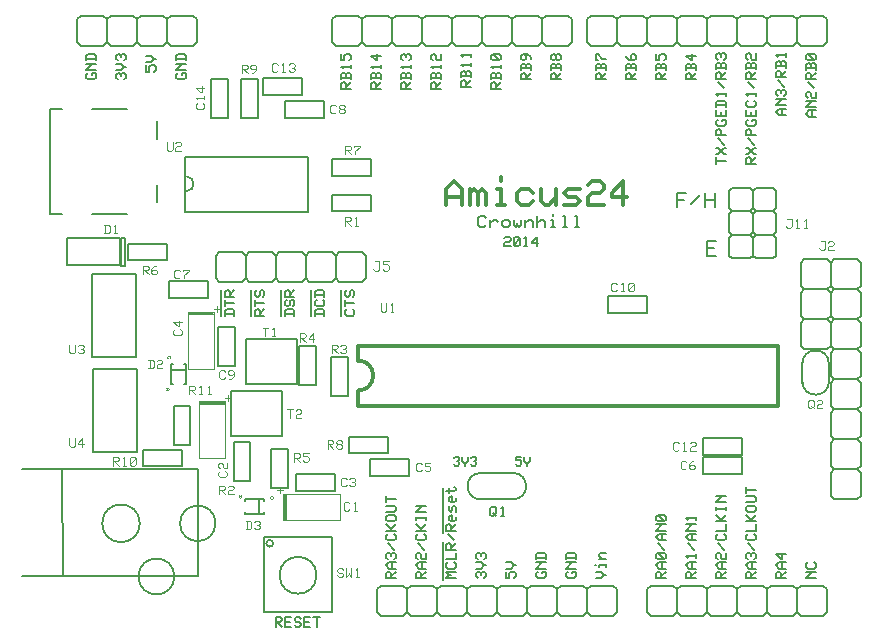
<source format=gbr>
G04 GERBER FORMAT: RX-274-X*
G04 BOARD: AMICUS24*
G04 ARTWORK OF COMP.PRINT POSITIVE*
%ASAXBY*%
%FSTAX24Y24*%
%MIA0B0*%
%MOIN*%
%OFA0.0000B0.0000*%
%SFA1B1*%
%IJA0B0*%
%INLAYER0POS*%
%IOA0B0*%
%IPPOS*%
%IR0*%
G04 APERTURE LIST*
%ADD10C,0.00039*%
%ADD12C,0.00077*%
%ADD13R,0.00077X0.00077*%
%ADD14C,0.0010*%
%ADD16C,0.00118*%
%ADD18C,0.00136*%
%ADD19R,0.00136X0.00136*%
%ADD20C,0.0020*%
%ADD21R,0.0020X0.0020*%
%ADD22C,0.00236*%
%ADD24C,0.0030*%
%ADD25R,0.0030X0.0030*%
%ADD26C,0.00313*%
%ADD27R,0.00313X0.00313*%
%ADD28C,0.00353*%
%ADD29R,0.00353X0.00353*%
%ADD30C,0.00394*%
%ADD32C,0.0040*%
%ADD33R,0.0040X0.0040*%
%ADD34C,0.00472*%
%ADD36C,0.0050*%
%ADD37R,0.0050X0.0050*%
%ADD38C,0.00551*%
%ADD39R,0.00551X0.00551*%
%ADD40C,0.00591*%
%ADD41R,0.00591X0.00591*%
%ADD42C,0.00609*%
%ADD43R,0.00609X0.00609*%
%ADD44C,0.00659*%
%ADD45R,0.00659X0.00659*%
%ADD46C,0.00668*%
%ADD47R,0.00668X0.00668*%
%ADD48C,0.0067*%
%ADD49R,0.0067X0.0067*%
%ADD50C,0.00707*%
%ADD51R,0.00707X0.00707*%
%ADD52C,0.00746*%
%ADD53R,0.00746X0.00746*%
%ADD54C,0.00787*%
%ADD55R,0.00787X0.00787*%
%ADD56C,0.00799*%
%ADD58C,0.0080*%
%ADD60C,0.00904*%
%ADD61R,0.00904X0.00904*%
%ADD62C,0.00945*%
%ADD63R,0.00945X0.00945*%
%ADD64C,0.00975*%
%ADD65R,0.00975X0.00975*%
%ADD66C,0.00984*%
%ADD67R,0.00984X0.00984*%
%ADD68C,0.0100*%
%ADD69R,0.0100X0.0100*%
%ADD70C,0.01102*%
%ADD71R,0.01102X0.01102*%
%ADD72C,0.01181*%
%ADD74C,0.01194*%
%ADD76C,0.0120*%
%ADD78C,0.0122*%
%ADD79R,0.0122X0.0122*%
%ADD80C,0.0124*%
%ADD81R,0.0124X0.0124*%
%ADD82C,0.0130*%
%ADD84C,0.01337*%
%ADD85R,0.01337X0.01337*%
%ADD86C,0.01339*%
%ADD88C,0.01417*%
%ADD90C,0.0150*%
%ADD91R,0.0150X0.0150*%
%ADD92C,0.01575*%
%ADD94C,0.0160*%
%ADD96C,0.01969*%
%ADD97R,0.01969X0.01969*%
%ADD98C,0.0200*%
%ADD100C,0.0200*%
%ADD101R,0.0200X0.0200*%
%ADD102C,0.02008*%
%ADD103R,0.02008X0.02008*%
%ADD104C,0.02165*%
%ADD105R,0.02165X0.02165*%
%ADD106C,0.02362*%
%ADD107R,0.02362X0.02362*%
%ADD108C,0.0240*%
%ADD109R,0.0240X0.0240*%
%ADD110C,0.0240*%
%ADD111R,0.0240X0.0240*%
%ADD112C,0.02439*%
%ADD113R,0.02439X0.02439*%
%ADD114C,0.0250*%
%ADD115R,0.0250X0.0250*%
%ADD116C,0.02559*%
%ADD117R,0.02559X0.02559*%
%ADD118C,0.02598*%
%ADD119R,0.02598X0.02598*%
%ADD120C,0.02636*%
%ADD122C,0.0270*%
%ADD123R,0.0270X0.0270*%
%ADD124C,0.02756*%
%ADD125R,0.02756X0.02756*%
%ADD126C,0.02794*%
%ADD128C,0.0280*%
%ADD130C,0.02854*%
%ADD131R,0.02854X0.02854*%
%ADD132C,0.02872*%
%ADD134C,0.0290*%
%ADD136C,0.02951*%
%ADD137R,0.02951X0.02951*%
%ADD138C,0.02953*%
%ADD139R,0.02953X0.02953*%
%ADD140C,0.02991*%
%ADD142C,0.0300*%
%ADD143R,0.0300X0.0300*%
%ADD144C,0.03059*%
%ADD145R,0.03059X0.03059*%
%ADD146C,0.0307*%
%ADD147R,0.0307X0.0307*%
%ADD148C,0.03187*%
%ADD149R,0.03187X0.03187*%
%ADD150C,0.03199*%
%ADD151R,0.03199X0.03199*%
%ADD152C,0.0320*%
%ADD153R,0.0320X0.0320*%
%ADD154C,0.03248*%
%ADD155R,0.03248X0.03248*%
%ADD156C,0.03345*%
%ADD157R,0.03345X0.03345*%
%ADD158C,0.03346*%
%ADD159R,0.03346X0.03346*%
%ADD160C,0.03375*%
%ADD161R,0.03375X0.03375*%
%ADD162C,0.03425*%
%ADD163R,0.03425X0.03425*%
%ADD164C,0.0350*%
%ADD165R,0.0350X0.0350*%
%ADD166C,0.03502*%
%ADD167R,0.03502X0.03502*%
%ADD168C,0.03581*%
%ADD170C,0.03594*%
%ADD171R,0.03594X0.03594*%
%ADD172C,0.0360*%
%ADD173R,0.0360X0.0360*%
%ADD174C,0.0362*%
%ADD175R,0.0362X0.0362*%
%ADD176C,0.0364*%
%ADD177R,0.0364X0.0364*%
%ADD178C,0.0370*%
%ADD180C,0.03739*%
%ADD182C,0.03817*%
%ADD184C,0.0390*%
%ADD185R,0.0390X0.0390*%
%ADD186C,0.03937*%
%ADD187R,0.03937X0.03937*%
%ADD188C,0.03975*%
%ADD190C,0.0400*%
%ADD191R,0.0400X0.0400*%
%ADD192C,0.04035*%
%ADD193R,0.04035X0.04035*%
%ADD194C,0.04173*%
%ADD195R,0.04173X0.04173*%
%ADD196C,0.04232*%
%ADD197R,0.04232X0.04232*%
%ADD198C,0.04331*%
%ADD199R,0.04331X0.04331*%
%ADD200C,0.04369*%
%ADD201R,0.04369X0.04369*%
%ADD202C,0.0440*%
%ADD203R,0.0440X0.0440*%
%ADD204C,0.04408*%
%ADD205R,0.04408X0.04408*%
%ADD206C,0.0450*%
%ADD207R,0.0450X0.0450*%
%ADD208C,0.04565*%
%ADD209R,0.04565X0.04565*%
%ADD210C,0.0460*%
%ADD211R,0.0460X0.0460*%
%ADD212C,0.0470*%
%ADD213R,0.0470X0.0470*%
%ADD214C,0.04724*%
%ADD215R,0.04724X0.04724*%
%ADD216C,0.04762*%
%ADD217R,0.04762X0.04762*%
%ADD218C,0.0480*%
%ADD219R,0.0480X0.0480*%
%ADD220C,0.04803*%
%ADD221R,0.04803X0.04803*%
%ADD222C,0.0490*%
%ADD223R,0.0490X0.0490*%
%ADD224C,0.04959*%
%ADD225R,0.04959X0.04959*%
%ADD226C,0.04998*%
%ADD227R,0.04998X0.04998*%
%ADD228C,0.0500*%
%ADD229R,0.0500X0.0500*%
%ADD230C,0.05118*%
%ADD231R,0.05118X0.05118*%
%ADD232C,0.05156*%
%ADD233R,0.05156X0.05156*%
%ADD234C,0.05254*%
%ADD235R,0.05254X0.05254*%
%ADD236C,0.05315*%
%ADD237R,0.05315X0.05315*%
%ADD238C,0.05353*%
%ADD239R,0.05353X0.05353*%
%ADD240C,0.0540*%
%ADD243R,0.0550X0.0550*%
%ADD245R,0.05512X0.05512*%
%ADD247R,0.05531X0.05531*%
%ADD249R,0.05551X0.05551*%
%ADD250C,0.0560*%
%ADD251R,0.0560X0.0560*%
%ADD253R,0.05648X0.05648*%
%ADD255R,0.0570X0.0570*%
%ADD257R,0.05746X0.05746*%
%ADD259R,0.05748X0.05748*%
%ADD261R,0.0580X0.0580*%
%ADD263R,0.05825X0.05825*%
%ADD265R,0.0590X0.0590*%
%ADD266C,0.05906*%
%ADD267R,0.05906X0.05906*%
%ADD268C,0.0600*%
%ADD269R,0.0600X0.0600*%
%ADD270C,0.06181*%
%ADD271R,0.06181X0.06181*%
%ADD272C,0.0620*%
%ADD273R,0.0620X0.0620*%
%ADD274C,0.06201*%
%ADD275R,0.06201X0.06201*%
%ADD276C,0.06299*%
%ADD277R,0.06299X0.06299*%
%ADD278C,0.0630*%
%ADD279R,0.0630X0.0630*%
%ADD280C,0.06337*%
%ADD281R,0.06337X0.06337*%
%ADD282C,0.06398*%
%ADD283R,0.06398X0.06398*%
%ADD284C,0.0640*%
%ADD285R,0.0640X0.0640*%
%ADD286C,0.06435*%
%ADD287R,0.06435X0.06435*%
%ADD288C,0.0650*%
%ADD289R,0.0650X0.0650*%
%ADD290C,0.06632*%
%ADD291R,0.06632X0.06632*%
%ADD292C,0.06693*%
%ADD293R,0.06693X0.06693*%
%ADD294C,0.06731*%
%ADD295R,0.06731X0.06731*%
%ADD296C,0.0680*%
%ADD297R,0.0680X0.0680*%
%ADD298C,0.0690*%
%ADD299R,0.0690X0.0690*%
%ADD300C,0.06906*%
%ADD301R,0.06906X0.06906*%
%ADD302C,0.06969*%
%ADD303R,0.06969X0.06969*%
%ADD304C,0.06988*%
%ADD305R,0.06988X0.06988*%
%ADD306C,0.0700*%
%ADD307R,0.0700X0.0700*%
%ADD308C,0.07087*%
%ADD309R,0.07087X0.07087*%
%ADD310C,0.0710*%
%ADD311R,0.0710X0.0710*%
%ADD312C,0.07124*%
%ADD313R,0.07124X0.07124*%
%ADD314C,0.0720*%
%ADD315R,0.0720X0.0720*%
%ADD316C,0.07203*%
%ADD317R,0.07203X0.07203*%
%ADD318C,0.0730*%
%ADD319R,0.0730X0.0730*%
%ADD320C,0.0740*%
%ADD321R,0.0740X0.0740*%
%ADD322C,0.0748*%
%ADD323R,0.0748X0.0748*%
%ADD324C,0.0750*%
%ADD325R,0.0750X0.0750*%
%ADD326C,0.07598*%
%ADD327R,0.07598X0.07598*%
%ADD328C,0.0760*%
%ADD329R,0.0760X0.0760*%
%ADD330C,0.07677*%
%ADD331R,0.07677X0.07677*%
%ADD332C,0.07715*%
%ADD333R,0.07715X0.07715*%
%ADD334C,0.07874*%
%ADD335R,0.07874X0.07874*%
%ADD336C,0.0790*%
%ADD337R,0.0790X0.0790*%
%ADD338C,0.07912*%
%ADD339R,0.07912X0.07912*%
%ADD340C,0.07931*%
%ADD341R,0.07931X0.07931*%
%ADD342C,0.07951*%
%ADD343R,0.07951X0.07951*%
%ADD344C,0.0800*%
%ADD345R,0.0800X0.0800*%
%ADD346C,0.0810*%
%ADD347R,0.0810X0.0810*%
%ADD348C,0.08148*%
%ADD349R,0.08148X0.08148*%
%ADD350C,0.08189*%
%ADD351R,0.08189X0.08189*%
%ADD352C,0.0820*%
%ADD353R,0.0820X0.0820*%
%ADD354C,0.08268*%
%ADD355R,0.08268X0.08268*%
%ADD356C,0.08306*%
%ADD357R,0.08306X0.08306*%
%ADD358C,0.0840*%
%ADD359R,0.0840X0.0840*%
%ADD360C,0.0850*%
%ADD361R,0.0850X0.0850*%
%ADD362C,0.08581*%
%ADD363R,0.08581X0.08581*%
%ADD364C,0.08598*%
%ADD365R,0.08598X0.08598*%
%ADD366C,0.0860*%
%ADD367R,0.0860X0.0860*%
%ADD368C,0.08601*%
%ADD369R,0.08601X0.08601*%
%ADD370C,0.08661*%
%ADD371R,0.08661X0.08661*%
%ADD372C,0.08699*%
%ADD373R,0.08699X0.08699*%
%ADD374C,0.0870*%
%ADD375R,0.0870X0.0870*%
%ADD376C,0.08798*%
%ADD377R,0.08798X0.08798*%
%ADD378C,0.0890*%
%ADD379R,0.0890X0.0890*%
%ADD380C,0.0900*%
%ADD381R,0.0900X0.0900*%
%ADD382C,0.09055*%
%ADD383R,0.09055X0.09055*%
%ADD384C,0.09093*%
%ADD385R,0.09093X0.09093*%
%ADD386C,0.09369*%
%ADD387R,0.09369X0.09369*%
%ADD388C,0.09388*%
%ADD389R,0.09388X0.09388*%
%ADD390C,0.0940*%
%ADD391R,0.0940X0.0940*%
%ADD392C,0.09449*%
%ADD393R,0.09449X0.09449*%
%ADD394C,0.09487*%
%ADD395R,0.09487X0.09487*%
%ADD396C,0.09547*%
%ADD397R,0.09547X0.09547*%
%ADD398C,0.09685*%
%ADD399R,0.09685X0.09685*%
%ADD400C,0.0970*%
%ADD401R,0.0970X0.0970*%
%ADD402C,0.09843*%
%ADD403R,0.09843X0.09843*%
%ADD404C,0.0988*%
%ADD405R,0.0988X0.0988*%
%ADD406C,0.0990*%
%ADD407R,0.0990X0.0990*%
%ADD408C,0.09998*%
%ADD410C,0.1000*%
%ADD411R,0.1000X0.1000*%
%ADD412C,0.10039*%
%ADD413R,0.10039X0.10039*%
%ADD414C,0.10077*%
%ADD415R,0.10077X0.10077*%
%ADD416C,0.1020*%
%ADD417R,0.1020X0.1020*%
%ADD418C,0.10236*%
%ADD419R,0.10236X0.10236*%
%ADD420C,0.10274*%
%ADD421R,0.10274X0.10274*%
%ADD422C,0.1040*%
%ADD423R,0.1040X0.1040*%
%ADD424C,0.10589*%
%ADD425R,0.10589X0.10589*%
%ADD426C,0.1063*%
%ADD427R,0.1063X0.1063*%
%ADD428C,0.10668*%
%ADD429R,0.10668X0.10668*%
%ADD430C,0.1090*%
%ADD431R,0.1090X0.1090*%
%ADD432C,0.10998*%
%ADD433R,0.10998X0.10998*%
%ADD434C,0.1100*%
%ADD435R,0.1100X0.1100*%
%ADD436C,0.11024*%
%ADD437R,0.11024X0.11024*%
%ADD438C,0.11061*%
%ADD439R,0.11061X0.11061*%
%ADD440C,0.1110*%
%ADD441R,0.1110X0.1110*%
%ADD442C,0.11161*%
%ADD443R,0.11161X0.11161*%
%ADD444C,0.1120*%
%ADD445R,0.1120X0.1120*%
%ADD446C,0.1140*%
%ADD447R,0.1140X0.1140*%
%ADD448C,0.11417*%
%ADD449R,0.11417X0.11417*%
%ADD450C,0.11455*%
%ADD451R,0.11455X0.11455*%
%ADD452C,0.1150*%
%ADD453R,0.1150X0.1150*%
%ADD454C,0.11811*%
%ADD455R,0.11811X0.11811*%
%ADD456C,0.11849*%
%ADD457R,0.11849X0.11849*%
%ADD458C,0.11947*%
%ADD459R,0.11947X0.11947*%
%ADD460C,0.1200*%
%ADD461R,0.1200X0.1200*%
%ADD462C,0.12085*%
%ADD463R,0.12085X0.12085*%
%ADD464C,0.1210*%
%ADD465R,0.1210X0.1210*%
%ADD466C,0.12106*%
%ADD467R,0.12106X0.12106*%
%ADD468C,0.12243*%
%ADD469R,0.12243X0.12243*%
%ADD470C,0.1240*%
%ADD471R,0.1240X0.1240*%
%ADD472C,0.12439*%
%ADD473R,0.12439X0.12439*%
%ADD474C,0.1250*%
%ADD475R,0.1250X0.1250*%
%ADD476C,0.12559*%
%ADD477R,0.12559X0.12559*%
%ADD478C,0.1260*%
%ADD479R,0.1260X0.1260*%
%ADD480C,0.12636*%
%ADD481R,0.12636X0.12636*%
%ADD482C,0.12992*%
%ADD483R,0.12992X0.12992*%
%ADD484C,0.1300*%
%ADD485R,0.1300X0.1300*%
%ADD486C,0.1340*%
%ADD487R,0.1340X0.1340*%
%ADD488C,0.13561*%
%ADD489R,0.13561X0.13561*%
%ADD490C,0.1360*%
%ADD491R,0.1360X0.1360*%
%ADD492C,0.1390*%
%ADD493R,0.1390X0.1390*%
%ADD494C,0.1420*%
%ADD495R,0.1420X0.1420*%
%ADD496C,0.1440*%
%ADD497R,0.1440X0.1440*%
%ADD498C,0.14506*%
%ADD499R,0.14506X0.14506*%
%ADD500C,0.14567*%
%ADD501R,0.14567X0.14567*%
%ADD502C,0.1490*%
%ADD503R,0.1490X0.1490*%
%ADD504C,0.14959*%
%ADD505R,0.14959X0.14959*%
%ADD506C,0.1520*%
%ADD507R,0.1520X0.1520*%
%ADD508C,0.15354*%
%ADD509R,0.15354X0.15354*%
%ADD510C,0.15374*%
%ADD511R,0.15374X0.15374*%
%ADD512C,0.15394*%
%ADD513R,0.15394X0.15394*%
%ADD514C,0.1540*%
%ADD515R,0.1540X0.1540*%
%ADD516C,0.1600*%
%ADD517R,0.1600X0.1600*%
%ADD518C,0.1624*%
%ADD519R,0.1624X0.1624*%
%ADD520C,0.1660*%
%ADD521R,0.1660X0.1660*%
%ADD522C,0.1700*%
%ADD524C,0.17323*%
%ADD526C,0.1760*%
%ADD527R,0.1760X0.1760*%
%ADD528C,0.1770*%
%ADD529R,0.1770X0.1770*%
%ADD530C,0.17717*%
%ADD531R,0.17717X0.17717*%
%ADD532C,0.17774*%
%ADD533R,0.17774X0.17774*%
%ADD534C,0.17794*%
%ADD535R,0.17794X0.17794*%
%ADD536C,0.1850*%
%ADD537R,0.1850X0.1850*%
%ADD538C,0.18504*%
%ADD540C,0.1864*%
%ADD541R,0.1864X0.1864*%
%ADD542C,0.18898*%
%ADD544C,0.2010*%
%ADD545R,0.2010X0.2010*%
%ADD546C,0.20117*%
%ADD547R,0.20117X0.20117*%
%ADD548C,0.2090*%
%ADD549R,0.2090X0.2090*%
%ADD550C,0.20904*%
%ADD552C,0.2126*%
%ADD554C,0.21298*%
%ADD556C,0.21299*%
%ADD557R,0.21299X0.21299*%
%ADD558C,0.22835*%
%ADD561R,0.23622X0.23622*%
%ADD563R,0.23699X0.23699*%
%ADD565R,0.24937X0.24937*%
%ADD567R,0.26022X0.26022*%
%ADD569R,0.27337X0.27337*%
%ADD571R,0.31496X0.31496*%
%ADD573R,0.32811X0.32811*%
%ADD575R,0.33896X0.33896*%
%ADD577R,0.35211X0.35211*%
%ADD579R,0.43996X0.43996*%
%ADD581R,0.46396X0.46396*%
%ADD582C,0.56396*%
%ADD583R,0.56396X0.56396*%
%ADD584C,0.66396*%
%ADD585R,0.66396X0.66396*%
%ADD586C,0.76396*%
%ADD587R,0.76396X0.76396*%
%ADD588C,0.86396*%
%ADD589R,0.86396X0.86396*%
%ADD590C,0.96396*%
%ADD591R,0.96396X0.96396*%
%ADD592C,1.06396*%
%ADD593R,1.06396X1.06396*%
%ADD594C,1.16396*%
%ADD595R,1.16396X1.16396*%
%ADD596C,1.26396*%
%ADD597R,1.26396X1.26396*%
%ADD598C,1.36396*%
%ADD599R,1.36396X1.36396*%
%ADD600C,1.46396*%
%ADD601R,1.46396X1.46396*%
%ADD602C,1.56396*%
%ADD603R,1.56396X1.56396*%
%ADD604C,1.66396*%
%ADD605R,1.66396X1.66396*%
%ADD606C,1.76396*%
%ADD607R,1.76396X1.76396*%
%ADD608C,1.86396*%
%ADD609R,1.86396X1.86396*%
%ADD610C,1.96396*%
%ADD611R,1.96396X1.96396*%
G04*
D36* 
X005125Y01175D02*
X005125Y0125D01*
X00525Y012625D02*
X006Y012625D01*
X006125Y0125D02*
X006125Y01175D01*
X00525Y011625D02*
X006Y011625D01*
X006125Y01175D01*
X006125Y0125D02*
X006Y012625D01*
X00525Y012625D02*
X005125Y0125D01*
X005125Y01175D02*
X00525Y011625D01*
X007125Y0125D02*
X007125Y01175D01*
X008125Y0125D02*
X008125Y01175D01*
X009125Y0125D02*
X009125Y01175D01*
X010125Y0125D02*
X010125Y01175D01*
X00625Y012625D02*
X007Y012625D01*
X00725Y012625D02*
X008Y012625D01*
X00725Y011625D02*
X008Y011625D01*
X00625Y011625D02*
X007Y011625D01*
X00825Y011625D02*
X009Y011625D01*
X00825Y012625D02*
X009Y012625D01*
X00925Y012625D02*
X01Y012625D01*
X00925Y011625D02*
X01Y011625D01*
X00625Y012625D02*
X006125Y0125D01*
X00725Y012625D02*
X007125Y0125D01*
X00825Y012625D02*
X008125Y0125D01*
X00925Y012625D02*
X009125Y0125D01*
X008125Y01175D02*
X008Y011625D01*
X007125Y01175D02*
X007Y011625D01*
X009125Y01175D02*
X009Y011625D01*
X010125Y01175D02*
X01Y011625D01*
X01Y012625D02*
X010125Y0125D01*
X009125Y01175D02*
X00925Y011625D01*
X009Y012625D02*
X009125Y0125D01*
X008Y012625D02*
X008125Y0125D01*
X008125Y01175D02*
X00825Y011625D01*
X007125Y01175D02*
X00725Y011625D01*
X007Y012625D02*
X007125Y0125D01*
X006125Y01175D02*
X00625Y011625D01*
D34* 
X010375Y012052D02*
X010427Y012D01*
X010532Y012D01*
X010585Y012052D01*
X010585Y012315D01*
X010427Y012315D01*
X01069Y012052D02*
X010742Y012D01*
X010847Y012D01*
X0109Y012052D01*
X0109Y012157D01*
X010847Y01221D01*
X01069Y01221D01*
X01069Y012315D01*
X0109Y012315D01*
D82* 
X009875Y008D02*
X009875Y0075D01*
X023875Y0075D01*
X023875Y0095D01*
X009875Y0095D01*
X009875Y009D01*
G75*
G01X009875Y008D02*
G03X009875Y009I0J0005D01*
G01*
D34* 
X010625Y010908D02*
X010625Y010672D01*
X010672Y010625D01*
X010767Y010625D01*
X010814Y010672D01*
X010814Y010908D01*
X010956Y010625D02*
X01105Y010625D01*
X011003Y010625D02*
X011003Y010908D01*
X010956Y010861D01*
D36* 
X0105Y000625D02*
X0105Y001375D01*
X010625Y0015D02*
X011375Y0015D01*
X0115Y001375D02*
X0115Y000625D01*
X010625Y0005D02*
X011375Y0005D01*
X0115Y000625D01*
X0115Y001375D02*
X011375Y0015D01*
X010625Y0015D02*
X0105Y001375D01*
X0105Y000625D02*
X010625Y0005D01*
X0125Y001375D02*
X0125Y000625D01*
X0135Y001375D02*
X0135Y000625D01*
X0145Y001375D02*
X0145Y000625D01*
X0155Y001375D02*
X0155Y000625D01*
X0165Y001375D02*
X0165Y000625D01*
X0175Y001375D02*
X0175Y000625D01*
X0185Y001375D02*
X0185Y000625D01*
X011625Y0015D02*
X012375Y0015D01*
X012625Y0015D02*
X013375Y0015D01*
X012625Y0005D02*
X013375Y0005D01*
X011625Y0005D02*
X012375Y0005D01*
X013625Y0005D02*
X014375Y0005D01*
X013625Y0015D02*
X014375Y0015D01*
X014625Y0015D02*
X015375Y0015D01*
X014625Y0005D02*
X015375Y0005D01*
X015625Y0005D02*
X016375Y0005D01*
X015625Y0015D02*
X016375Y0015D01*
X016625Y0015D02*
X017375Y0015D01*
X016625Y0005D02*
X017375Y0005D01*
X017625Y0005D02*
X018375Y0005D01*
X017625Y0015D02*
X018375Y0015D01*
X011625Y0015D02*
X0115Y001375D01*
X012625Y0015D02*
X0125Y001375D01*
X013625Y0015D02*
X0135Y001375D01*
X014625Y0015D02*
X0145Y001375D01*
X0135Y000625D02*
X013375Y0005D01*
X0125Y000625D02*
X012375Y0005D01*
X0145Y000625D02*
X014375Y0005D01*
X0155Y000625D02*
X015375Y0005D01*
X015625Y0015D02*
X0155Y001375D01*
X0165Y000625D02*
X016375Y0005D01*
X016625Y0015D02*
X0165Y001375D01*
X017625Y0015D02*
X0175Y001375D01*
X0185Y000625D02*
X018375Y0005D01*
X0175Y000625D02*
X017375Y0005D01*
X017375Y0015D02*
X0175Y001375D01*
X0175Y000625D02*
X017625Y0005D01*
X018375Y0015D02*
X0185Y001375D01*
X016375Y0015D02*
X0165Y001375D01*
X0165Y000625D02*
X016625Y0005D01*
X0155Y000625D02*
X015625Y0005D01*
X015375Y0015D02*
X0155Y001375D01*
X0145Y000625D02*
X014625Y0005D01*
X014375Y0015D02*
X0145Y001375D01*
X013375Y0015D02*
X0135Y001375D01*
X0135Y000625D02*
X013625Y0005D01*
X0125Y000625D02*
X012625Y0005D01*
X012375Y0015D02*
X0125Y001375D01*
X0115Y000625D02*
X011625Y0005D01*
D58* 
X010312Y015162D02*
X010312Y015713D01*
X009016Y015713D01*
X009016Y015162D01*
X010312Y015162D01*
D34* 
X00945Y015875D02*
X00945Y016158D01*
X009592Y016158D01*
X009639Y016111D01*
X009639Y016064D01*
X009592Y016017D01*
X00945Y016017D01*
X009497Y016017D02*
X009639Y015875D01*
X009781Y015875D02*
X009781Y015969D01*
X009922Y016111D01*
X009922Y016158D01*
X009733Y016158D01*
X009733Y016111D01*
D36* 
X-000386Y013875D02*
X-000386Y017379D01*
X-000386Y013875D02*
X000008Y013875D01*
X-000386Y017379D02*
X000008Y017379D01*
X002173Y013875D02*
X000992Y013875D01*
X002173Y017379D02*
X000992Y017379D01*
X003157Y016985D02*
X003157Y016395D01*
X003157Y014269D02*
X003157Y014859D01*
X017Y020375D02*
X017Y019625D01*
X016875Y0195D02*
X016125Y0195D01*
X016Y019625D02*
X016Y020375D01*
X016875Y0205D02*
X016125Y0205D01*
X016Y020375D01*
X016Y019625D02*
X016125Y0195D01*
X016875Y0195D02*
X017Y019625D01*
X017Y020375D02*
X016875Y0205D01*
X015Y019625D02*
X015Y020375D01*
X014Y019625D02*
X014Y020375D01*
X013Y019625D02*
X013Y020375D01*
X012Y019625D02*
X012Y020375D01*
X011Y019625D02*
X011Y020375D01*
X01Y019625D02*
X01Y020375D01*
X009Y019625D02*
X009Y020375D01*
X015875Y0195D02*
X015125Y0195D01*
X014875Y0195D02*
X014125Y0195D01*
X014875Y0205D02*
X014125Y0205D01*
X015875Y0205D02*
X015125Y0205D01*
X013875Y0205D02*
X013125Y0205D01*
X013875Y0195D02*
X013125Y0195D01*
X012875Y0195D02*
X012125Y0195D01*
X012875Y0205D02*
X012125Y0205D01*
X011875Y0205D02*
X011125Y0205D01*
X011875Y0195D02*
X011125Y0195D01*
X010875Y0195D02*
X010125Y0195D01*
X010875Y0205D02*
X010125Y0205D01*
X009875Y0205D02*
X009125Y0205D01*
X009875Y0195D02*
X009125Y0195D01*
X015875Y0195D02*
X016Y019625D01*
X014875Y0195D02*
X015Y019625D01*
X013875Y0195D02*
X014Y019625D01*
X012875Y0195D02*
X013Y019625D01*
X014Y020375D02*
X014125Y0205D01*
X015Y020375D02*
X015125Y0205D01*
X013Y020375D02*
X013125Y0205D01*
X012Y020375D02*
X012125Y0205D01*
X011875Y0195D02*
X012Y019625D01*
X011Y020375D02*
X011125Y0205D01*
X010875Y0195D02*
X011Y019625D01*
X009875Y0195D02*
X01Y019625D01*
X009Y020375D02*
X009125Y0205D01*
X01Y020375D02*
X010125Y0205D01*
X010125Y0195D02*
X01Y019625D01*
X01Y020375D02*
X009875Y0205D01*
X009125Y0195D02*
X009Y019625D01*
X011125Y0195D02*
X011Y019625D01*
X011Y020375D02*
X010875Y0205D01*
X012Y020375D02*
X011875Y0205D01*
X012125Y0195D02*
X012Y019625D01*
X013Y020375D02*
X012875Y0205D01*
X013125Y0195D02*
X013Y019625D01*
X014125Y0195D02*
X014Y019625D01*
X014Y020375D02*
X013875Y0205D01*
X015Y020375D02*
X014875Y0205D01*
X015125Y0195D02*
X015Y019625D01*
X016Y020375D02*
X015875Y0205D01*
X0255Y020375D02*
X0255Y019625D01*
X025375Y0195D02*
X024625Y0195D01*
X0245Y019625D02*
X0245Y020375D01*
X025375Y0205D02*
X024625Y0205D01*
X0245Y020375D01*
X0245Y019625D02*
X024625Y0195D01*
X025375Y0195D02*
X0255Y019625D01*
X0255Y020375D02*
X025375Y0205D01*
X0235Y019625D02*
X0235Y020375D01*
X0225Y019625D02*
X0225Y020375D01*
X0215Y019625D02*
X0215Y020375D01*
X0205Y019625D02*
X0205Y020375D01*
X0195Y019625D02*
X0195Y020375D01*
X0185Y019625D02*
X0185Y020375D01*
X0175Y019625D02*
X0175Y020375D01*
X024375Y0195D02*
X023625Y0195D01*
X023375Y0195D02*
X022625Y0195D01*
X023375Y0205D02*
X022625Y0205D01*
X024375Y0205D02*
X023625Y0205D01*
X022375Y0205D02*
X021625Y0205D01*
X022375Y0195D02*
X021625Y0195D01*
X021375Y0195D02*
X020625Y0195D01*
X021375Y0205D02*
X020625Y0205D01*
X020375Y0205D02*
X019625Y0205D01*
X020375Y0195D02*
X019625Y0195D01*
X019375Y0195D02*
X018625Y0195D01*
X019375Y0205D02*
X018625Y0205D01*
X018375Y0205D02*
X017625Y0205D01*
X018375Y0195D02*
X017625Y0195D01*
X024375Y0195D02*
X0245Y019625D01*
X023375Y0195D02*
X0235Y019625D01*
X022375Y0195D02*
X0225Y019625D01*
X021375Y0195D02*
X0215Y019625D01*
X0225Y020375D02*
X022625Y0205D01*
X0235Y020375D02*
X023625Y0205D01*
X0215Y020375D02*
X021625Y0205D01*
X0205Y020375D02*
X020625Y0205D01*
X020375Y0195D02*
X0205Y019625D01*
X0195Y020375D02*
X019625Y0205D01*
X019375Y0195D02*
X0195Y019625D01*
X018375Y0195D02*
X0185Y019625D01*
X0175Y020375D02*
X017625Y0205D01*
X0185Y020375D02*
X018625Y0205D01*
X018625Y0195D02*
X0185Y019625D01*
X0185Y020375D02*
X018375Y0205D01*
X017625Y0195D02*
X0175Y019625D01*
X019625Y0195D02*
X0195Y019625D01*
X0195Y020375D02*
X019375Y0205D01*
X0205Y020375D02*
X020375Y0205D01*
X020625Y0195D02*
X0205Y019625D01*
X0215Y020375D02*
X021375Y0205D01*
X021625Y0195D02*
X0215Y019625D01*
X022625Y0195D02*
X0225Y019625D01*
X0225Y020375D02*
X022375Y0205D01*
X0235Y020375D02*
X023375Y0205D01*
X023625Y0195D02*
X0235Y019625D01*
X0245Y020375D02*
X024375Y0205D01*
X0195Y000625D02*
X0195Y001375D01*
X019625Y0015D02*
X020375Y0015D01*
X0205Y001375D02*
X0205Y000625D01*
X019625Y0005D02*
X020375Y0005D01*
X0205Y000625D01*
X0205Y001375D02*
X020375Y0015D01*
X019625Y0015D02*
X0195Y001375D01*
X0195Y000625D02*
X019625Y0005D01*
X0215Y001375D02*
X0215Y000625D01*
X0225Y001375D02*
X0225Y000625D01*
X0235Y001375D02*
X0235Y000625D01*
X0245Y001375D02*
X0245Y000625D01*
X0255Y001375D02*
X0255Y000625D01*
X020625Y0015D02*
X021375Y0015D01*
X021625Y0015D02*
X022375Y0015D01*
X021625Y0005D02*
X022375Y0005D01*
X020625Y0005D02*
X021375Y0005D01*
X022625Y0005D02*
X023375Y0005D01*
X022625Y0015D02*
X023375Y0015D01*
X023625Y0015D02*
X024375Y0015D01*
X023625Y0005D02*
X024375Y0005D01*
X024625Y0005D02*
X025375Y0005D01*
X024625Y0015D02*
X025375Y0015D01*
X020625Y0015D02*
X0205Y001375D01*
X021625Y0015D02*
X0215Y001375D01*
X022625Y0015D02*
X0225Y001375D01*
X023625Y0015D02*
X0235Y001375D01*
X0225Y000625D02*
X022375Y0005D01*
X0215Y000625D02*
X021375Y0005D01*
X0235Y000625D02*
X023375Y0005D01*
X0245Y000625D02*
X024375Y0005D01*
X024625Y0015D02*
X0245Y001375D01*
X0255Y000625D02*
X025375Y0005D01*
X025375Y0015D02*
X0255Y001375D01*
X0245Y000625D02*
X024625Y0005D01*
X024375Y0015D02*
X0245Y001375D01*
X0235Y000625D02*
X023625Y0005D01*
X023375Y0015D02*
X0235Y001375D01*
X022375Y0015D02*
X0225Y001375D01*
X0225Y000625D02*
X022625Y0005D01*
X0215Y000625D02*
X021625Y0005D01*
X021375Y0015D02*
X0215Y001375D01*
X0205Y000625D02*
X020625Y0005D01*
X006729Y003104D02*
X006729Y000624D01*
X009013Y000624D01*
X009013Y003104D01*
X006729Y003104D01*
G75*
G01X008486Y001841D02*
G03X008486Y001841I-000615J0D01*
G01*
G75*
G01X007038Y002907D02*
G03X007038Y002907I-000111J0D01*
G01*
D34* 
X00918Y001838D02*
X009227Y001791D01*
X009321Y001791D01*
X009369Y001838D01*
X009369Y001885D01*
X009321Y001933D01*
X009227Y001933D01*
X00918Y00198D01*
X00918Y002027D01*
X009227Y002074D01*
X009321Y002074D01*
X009369Y002027D01*
X009463Y002074D02*
X009463Y001791D01*
X009558Y001885D01*
X009558Y001933D01*
X009558Y001885D02*
X009652Y001791D01*
X009652Y002074D01*
X009794Y001791D02*
X009888Y001791D01*
X009841Y001791D02*
X009841Y002074D01*
X009794Y002027D01*
D58* 
X00822Y01577D02*
X00412Y01577D01*
X00412Y01396D01*
X00822Y01396D01*
X00822Y01577D01*
G75*
G01X00414Y01464D02*
G03X00414Y01514I0J00025D01*
G01*
D36* 
G75*
G01X00512Y003573D02*
G03X00512Y003573I-000591J0D01*
G01*
G75*
G01X002597Y003573D02*
G03X002597Y003573I-000627J0D01*
G01*
G75*
G01X003748Y001802D02*
G03X003748Y001802I-000597J0D01*
G01*
X00453Y001802D02*
X00453Y005398D01*
X-001337Y005398D01*
X-001337Y001802D01*
X00453Y001802D01*
X000025Y001816D02*
X000002Y005345D01*
D58* 
X004871Y011095D02*
X004871Y011655D01*
X003576Y011655D01*
X003576Y011095D01*
X004871Y011095D01*
D34* 
X003939Y011797D02*
X003892Y01175D01*
X003797Y01175D01*
X00375Y011797D01*
X00375Y011986D01*
X003797Y012033D01*
X003892Y012033D01*
X003939Y011986D01*
X004081Y01175D02*
X004081Y011844D01*
X004222Y011986D01*
X004222Y012033D01*
X004033Y012033D01*
X004033Y011986D01*
D58* 
X019496Y010595D02*
X019496Y011155D01*
X018201Y011155D01*
X018201Y010595D01*
X019496Y010595D01*
D34* 
X018501Y01136D02*
X018454Y011313D01*
X01836Y011313D01*
X018313Y01136D01*
X018313Y011549D01*
X01836Y011596D01*
X018454Y011596D01*
X018501Y011549D01*
X018643Y011313D02*
X018738Y011313D01*
X01869Y011313D02*
X01869Y011596D01*
X018643Y011549D01*
X018879Y01136D02*
X018879Y011549D01*
X018927Y011596D01*
X019021Y011596D01*
X019068Y011549D01*
X019068Y01136D01*
X019021Y011313D01*
X018927Y011313D01*
X018879Y01136D01*
X019068Y011549D01*
D58* 
X007838Y008213D02*
X006138Y008213D01*
X006138Y009713D01*
X007838Y009713D01*
X007838Y008213D01*
D34* 
X006782Y009813D02*
X006782Y010096D01*
X006688Y010096D02*
X006876Y010096D01*
X007018Y009813D02*
X007113Y009813D01*
X007065Y009813D02*
X007065Y010096D01*
X007018Y010049D01*
D58* 
X008974Y007826D02*
X009526Y007826D01*
X009526Y009121D01*
X008974Y009121D01*
X008974Y007826D01*
D34* 
X009Y00925D02*
X009Y009533D01*
X009142Y009533D01*
X009189Y009486D01*
X009189Y009439D01*
X009142Y009392D01*
X009Y009392D01*
X009047Y009392D02*
X009189Y00925D01*
X009283Y009486D02*
X009331Y009533D01*
X009425Y009533D01*
X009472Y009486D01*
X009472Y009439D01*
X009425Y009392D01*
X009378Y009392D01*
X009425Y009392D02*
X009472Y009344D01*
X009472Y009297D01*
X009425Y00925D01*
X009331Y00925D01*
X009283Y009297D01*
D58* 
X003499Y012349D02*
X003499Y012901D01*
X002204Y012901D01*
X002204Y012349D01*
X003499Y012349D01*
D34* 
X0027Y011875D02*
X0027Y012158D01*
X002842Y012158D01*
X002889Y012111D01*
X002889Y012064D01*
X002842Y012017D01*
X0027Y012017D01*
X002747Y012017D02*
X002889Y011875D01*
X002983Y011969D02*
X003031Y012017D01*
X003125Y012017D01*
X003172Y011969D01*
X003172Y011922D01*
X003125Y011875D01*
X003031Y011875D01*
X002983Y011922D01*
X002983Y012064D01*
X003078Y012158D01*
X003125Y012158D01*
D58* 
X005724Y005001D02*
X006276Y005001D01*
X006276Y006296D01*
X005724Y006296D01*
X005724Y005001D01*
D34* 
X00525Y00455D02*
X00525Y004833D01*
X005392Y004833D01*
X005439Y004786D01*
X005439Y004739D01*
X005392Y004692D01*
X00525Y004692D01*
X005297Y004692D02*
X005439Y00455D01*
X005533Y004786D02*
X005581Y004833D01*
X005675Y004833D01*
X005722Y004786D01*
X005722Y004739D01*
X005675Y004692D01*
X005581Y004692D01*
X005533Y004644D01*
X005533Y00455D01*
X005722Y00455D01*
D30* 
X007379Y004558D02*
X007379Y003692D01*
X009269Y003692D01*
X009269Y004558D01*
X007379Y004558D01*
D22* 
X007379Y003692D02*
X007379Y004558D01*
X007458Y004558D01*
X007458Y003692D01*
X007379Y003692D01*
D30* 
X007182Y004669D02*
X007382Y004669D01*
X007282Y004769D02*
X007282Y004569D01*
G36*
X007373Y004552D02*
X007373Y003693D01*
X007471Y003693D01*
X007471Y004552D01*
X007373Y004552D01*
G37*
D34* 
X009587Y004047D02*
X009539Y004D01*
X009445Y004D01*
X009398Y004047D01*
X009398Y004236D01*
X009445Y004283D01*
X009539Y004283D01*
X009587Y004236D01*
X009728Y004D02*
X009823Y004D01*
X009776Y004D02*
X009776Y004283D01*
X009728Y004236D01*
D58* 
X000175Y013075D02*
X000175Y012171D01*
X001927Y012171D01*
X001927Y013075D01*
X000175Y013075D01*
D56* 
X00196Y012167D02*
X00196Y013074D01*
X002092Y013074D01*
X002092Y012167D01*
X00196Y012167D01*
D34* 
X0014Y01325D02*
X001542Y01325D01*
X001589Y013297D01*
X001589Y013486D01*
X001542Y013533D01*
X0014Y013533D01*
X001447Y013533D02*
X001447Y01325D01*
X001731Y01325D02*
X001825Y01325D01*
X001778Y01325D02*
X001778Y013533D01*
X001731Y013486D01*
D30* 
X005433Y007644D02*
X004567Y007644D01*
X004567Y005754D01*
X005433Y005754D01*
X005433Y007644D01*
D22* 
X004567Y007644D02*
X005433Y007644D01*
X005433Y007565D01*
X004567Y007565D01*
X004567Y007644D01*
D30* 
X005544Y007841D02*
X005544Y007641D01*
X005644Y007741D02*
X005444Y007741D01*
G36*
X005427Y007649D02*
X004568Y007649D01*
X004568Y007552D01*
X005427Y007552D01*
X005427Y007649D01*
G37*
D34* 
X005453Y005314D02*
X0055Y005267D01*
X0055Y005172D01*
X005453Y005125D01*
X005264Y005125D01*
X005217Y005172D01*
X005217Y005267D01*
X005264Y005314D01*
X005264Y005408D02*
X005217Y005456D01*
X005217Y00555D01*
X005264Y005597D01*
X005311Y005597D01*
X005358Y00555D01*
X005358Y005456D01*
X005406Y005408D01*
X0055Y005408D01*
X0055Y005597D01*
D30* 
X005058Y010621D02*
X004192Y010621D01*
X004192Y008731D01*
X005058Y008731D01*
X005058Y010621D01*
D22* 
X004192Y010621D02*
X005058Y010621D01*
X005058Y010542D01*
X004192Y010542D01*
X004192Y010621D01*
D30* 
X005169Y010818D02*
X005169Y010618D01*
X005269Y010718D02*
X005069Y010718D01*
G36*
X005052Y010627D02*
X004193Y010627D01*
X004193Y010529D01*
X005052Y010529D01*
X005052Y010627D01*
G37*
D34* 
X003953Y010041D02*
X004Y009994D01*
X004Y0099D01*
X003953Y009852D01*
X003764Y009852D01*
X003717Y0099D01*
X003717Y009994D01*
X003764Y010041D01*
X003906Y010325D02*
X003906Y010136D01*
X003858Y010136D01*
X003717Y010278D01*
X004Y010278D01*
D58* 
X021379Y00578D02*
X021379Y00522D01*
X022674Y00522D01*
X022674Y00578D01*
X021379Y00578D01*
D34* 
X020814Y005422D02*
X020767Y005375D01*
X020672Y005375D01*
X020625Y005422D01*
X020625Y005611D01*
X020672Y005658D01*
X020767Y005658D01*
X020814Y005611D01*
X020908Y005469D02*
X020956Y005517D01*
X02105Y005517D01*
X021097Y005469D01*
X021097Y005422D01*
X02105Y005375D01*
X020956Y005375D01*
X020908Y005422D01*
X020908Y005564D01*
X021003Y005658D01*
X02105Y005658D01*
D58* 
G75*
G01X013959Y005255D02*
G03X013976Y00437I000009J-000443D01*
G01*
G75*
G01X015041Y00437D02*
G03X015024Y005255I-000009J000443D01*
G01*
X013959Y005255D02*
X015091Y005255D01*
X013909Y00437D02*
X015041Y00437D01*
D38* 
X014271Y003865D02*
X014271Y004075D01*
X014324Y004127D01*
X014429Y004127D01*
X014481Y004075D01*
X014481Y003917D01*
X014376Y003813D01*
X014324Y003813D01*
X014271Y003865D01*
X014376Y003917D02*
X014481Y003813D01*
X014639Y003813D02*
X014744Y003813D01*
X014691Y003813D02*
X014691Y004127D01*
X014639Y004075D01*
D58* 
X00734Y0065D02*
X00564Y0065D01*
X00564Y008D01*
X00734Y008D01*
X00734Y0065D01*
D34* 
X007604Y00709D02*
X007604Y007373D01*
X00751Y007373D02*
X007699Y007373D01*
X007793Y007326D02*
X007841Y007373D01*
X007935Y007373D01*
X007982Y007326D01*
X007982Y007279D01*
X007935Y007231D01*
X007841Y007231D01*
X007793Y007184D01*
X007793Y00709D01*
X007982Y00709D01*
D58* 
X00251Y00872D02*
X00104Y00872D01*
X00104Y00596D01*
X00251Y00596D01*
X00251Y00872D01*
X003999Y005474D02*
X003999Y006026D01*
X002704Y006026D01*
X002704Y005474D01*
X003999Y005474D01*
D34* 
X0017Y0055D02*
X0017Y005783D01*
X001842Y005783D01*
X001889Y005736D01*
X001889Y005689D01*
X001842Y005642D01*
X0017Y005642D01*
X001747Y005642D02*
X001889Y0055D01*
X002031Y0055D02*
X002125Y0055D01*
X002078Y0055D02*
X002078Y005783D01*
X002031Y005736D01*
X002267Y005547D02*
X002267Y005736D01*
X002314Y005783D01*
X002409Y005783D01*
X002456Y005736D01*
X002456Y005547D01*
X002409Y0055D01*
X002314Y0055D01*
X002267Y005547D01*
X002456Y005736D01*
D58* 
X009013Y014526D02*
X009013Y013974D01*
X010309Y013974D01*
X010309Y014526D01*
X009013Y014526D01*
D34* 
X009438Y0135D02*
X009438Y013783D01*
X009579Y013783D01*
X009626Y013736D01*
X009626Y013689D01*
X009579Y013642D01*
X009438Y013642D01*
X009485Y013642D02*
X009626Y0135D01*
X009768Y0135D02*
X009863Y0135D01*
X009815Y0135D02*
X009815Y013783D01*
X009768Y013736D01*
D58* 
X007996Y017845D02*
X007996Y018405D01*
X006701Y018405D01*
X006701Y017845D01*
X007996Y017845D01*
D34* 
X007189Y018672D02*
X007142Y018625D01*
X007047Y018625D01*
X007Y018672D01*
X007Y018861D01*
X007047Y018908D01*
X007142Y018908D01*
X007189Y018861D01*
X007331Y018625D02*
X007425Y018625D01*
X007378Y018625D02*
X007378Y018908D01*
X007331Y018861D01*
X007567Y018861D02*
X007614Y018908D01*
X007709Y018908D01*
X007756Y018861D01*
X007756Y018814D01*
X007709Y018767D01*
X007661Y018767D01*
X007709Y018767D02*
X007756Y018719D01*
X007756Y018672D01*
X007709Y018625D01*
X007614Y018625D01*
X007567Y018672D01*
D58* 
X00522Y008829D02*
X00578Y008829D01*
X00578Y010124D01*
X00522Y010124D01*
X00522Y008829D01*
D34* 
X005439Y008435D02*
X005392Y008388D01*
X005297Y008388D01*
X00525Y008435D01*
X00525Y008624D01*
X005297Y008671D01*
X005392Y008671D01*
X005439Y008624D01*
X005581Y008388D02*
X005628Y008388D01*
X005722Y008482D01*
X005722Y008624D01*
X005675Y008671D01*
X005581Y008671D01*
X005533Y008624D01*
X005533Y008576D01*
X005581Y008529D01*
X005675Y008529D01*
X005722Y008576D01*
D58* 
X009109Y004658D02*
X009109Y005217D01*
X007813Y005217D01*
X007813Y004658D01*
X009109Y004658D01*
D34* 
X009489Y00486D02*
X009442Y004813D01*
X009347Y004813D01*
X0093Y00486D01*
X0093Y005049D01*
X009347Y005096D01*
X009442Y005096D01*
X009489Y005049D01*
X009583Y005049D02*
X009631Y005096D01*
X009725Y005096D01*
X009772Y005049D01*
X009772Y005001D01*
X009725Y004954D01*
X009678Y004954D01*
X009725Y004954D02*
X009772Y004907D01*
X009772Y00486D01*
X009725Y004813D01*
X009631Y004813D01*
X009583Y00486D01*
D58* 
X021379Y006405D02*
X021379Y005845D01*
X022674Y005845D01*
X022674Y006405D01*
X021379Y006405D01*
D34* 
X020564Y006047D02*
X020517Y006D01*
X020422Y006D01*
X020375Y006047D01*
X020375Y006236D01*
X020422Y006283D01*
X020517Y006283D01*
X020564Y006236D01*
X020706Y006D02*
X0208Y006D01*
X020753Y006D02*
X020753Y006283D01*
X020706Y006236D01*
X020942Y006236D02*
X020989Y006283D01*
X021084Y006283D01*
X021131Y006236D01*
X021131Y006189D01*
X021084Y006142D01*
X020989Y006142D01*
X020942Y006094D01*
X020942Y006D01*
X021131Y006D01*
D58* 
X007454Y017655D02*
X007454Y017095D01*
X008749Y017095D01*
X008749Y017655D01*
X007454Y017655D01*
D34* 
X009139Y017297D02*
X009092Y01725D01*
X008997Y01725D01*
X00895Y017297D01*
X00895Y017486D01*
X008997Y017533D01*
X009092Y017533D01*
X009139Y017486D01*
X009233Y017297D02*
X009233Y017344D01*
X009281Y017392D01*
X009375Y017392D01*
X009422Y017439D01*
X009422Y017486D01*
X009375Y017533D01*
X009281Y017533D01*
X009233Y017486D01*
X009233Y017439D01*
X009281Y017392D01*
X009375Y017392D02*
X009422Y017344D01*
X009422Y017297D01*
X009375Y01725D01*
X009281Y01725D01*
X009233Y017297D01*
D58* 
X011559Y005158D02*
X011559Y005717D01*
X010263Y005717D01*
X010263Y005158D01*
X011559Y005158D01*
D34* 
X012001Y00536D02*
X011954Y005313D01*
X01186Y005313D01*
X011813Y00536D01*
X011813Y005549D01*
X01186Y005596D01*
X011954Y005596D01*
X012001Y005549D01*
X012096Y00536D02*
X012143Y005313D01*
X012238Y005313D01*
X012285Y00536D01*
X012285Y005454D01*
X012238Y005501D01*
X012096Y005501D01*
X012096Y005596D01*
X012285Y005596D01*
D58* 
X00248Y01188D02*
X00101Y01188D01*
X00101Y00912D01*
X00248Y00912D01*
X00248Y01188D01*
X006526Y018374D02*
X005974Y018374D01*
X005974Y017079D01*
X006526Y017079D01*
X006526Y018374D01*
D34* 
X006Y018575D02*
X006Y018858D01*
X006142Y018858D01*
X006189Y018811D01*
X006189Y018764D01*
X006142Y018717D01*
X006Y018717D01*
X006047Y018717D02*
X006189Y018575D01*
X006331Y018575D02*
X006378Y018575D01*
X006472Y018669D01*
X006472Y018811D01*
X006425Y018858D01*
X006331Y018858D01*
X006283Y018811D01*
X006283Y018764D01*
X006331Y018717D01*
X006425Y018717D01*
X006472Y018764D01*
D58* 
X007912Y008201D02*
X008463Y008201D01*
X008463Y009496D01*
X007912Y009496D01*
X007912Y008201D01*
D34* 
X007938Y009625D02*
X007938Y009908D01*
X008079Y009908D01*
X008126Y009861D01*
X008126Y009814D01*
X008079Y009767D01*
X007938Y009767D01*
X007985Y009767D02*
X008126Y009625D01*
X00841Y009719D02*
X008221Y009719D01*
X008221Y009767D01*
X008363Y009908D01*
X008363Y009625D01*
D58* 
X007526Y006049D02*
X006974Y006049D01*
X006974Y004754D01*
X007526Y004754D01*
X007526Y006049D01*
D34* 
X00775Y005625D02*
X00775Y005908D01*
X007892Y005908D01*
X007939Y005861D01*
X007939Y005814D01*
X007892Y005767D01*
X00775Y005767D01*
X007797Y005767D02*
X007939Y005625D01*
X008033Y005672D02*
X008081Y005625D01*
X008175Y005625D01*
X008222Y005672D01*
X008222Y005767D01*
X008175Y005814D01*
X008033Y005814D01*
X008033Y005908D01*
X008222Y005908D01*
D58* 
X003724Y006201D02*
X004276Y006201D01*
X004276Y007496D01*
X003724Y007496D01*
X003724Y006201D01*
D34* 
X00425Y007875D02*
X00425Y008158D01*
X004392Y008158D01*
X004439Y008111D01*
X004439Y008064D01*
X004392Y008017D01*
X00425Y008017D01*
X004297Y008017D02*
X004439Y007875D01*
X004581Y007875D02*
X004675Y007875D01*
X004628Y007875D02*
X004628Y008158D01*
X004581Y008111D01*
X004864Y007875D02*
X004959Y007875D01*
X004911Y007875D02*
X004911Y008158D01*
X004864Y008111D01*
D36* 
X004124Y008689D02*
X003626Y008689D01*
X004124Y008872D02*
X004057Y008872D01*
X004124Y008872D02*
X004124Y008222D01*
X004123Y008222D02*
X004055Y008222D01*
X003691Y008872D02*
X003625Y008872D01*
X003625Y008872D02*
X003625Y008222D01*
X003696Y008222D01*
D24* 
X003534Y009068D02*
X003519Y00909D01*
X003519Y009133D01*
X003534Y009155D01*
X003597Y009155D01*
X003612Y009133D01*
X003612Y00909D01*
X003597Y009068D01*
X003479Y0081D02*
X003542Y0081D01*
X003573Y008057D01*
X003542Y008014D01*
X003479Y008014D01*
X00351Y008014D02*
X00351Y0081D01*
D34* 
X002875Y00875D02*
X003017Y00875D01*
X003064Y008797D01*
X003064Y008986D01*
X003017Y009033D01*
X002875Y009033D01*
X002922Y009033D02*
X002922Y00875D01*
X003158Y008986D02*
X003206Y009033D01*
X0033Y009033D01*
X003347Y008986D01*
X003347Y008939D01*
X0033Y008892D01*
X003206Y008892D01*
X003158Y008844D01*
X003158Y00875D01*
X003347Y00875D01*
D36* 
X006564Y003876D02*
X006564Y004374D01*
X006747Y003876D02*
X006747Y003943D01*
X006747Y003876D02*
X006097Y003876D01*
X006097Y003877D02*
X006097Y003945D01*
X006747Y004309D02*
X006747Y004375D01*
X006747Y004375D02*
X006097Y004375D01*
X006097Y004305D01*
D24* 
X006943Y004466D02*
X006965Y004481D01*
X007008Y004481D01*
X00703Y004466D01*
X00703Y004403D01*
X007008Y004388D01*
X006965Y004388D01*
X006943Y004403D01*
X005975Y004521D02*
X005975Y004458D01*
X005932Y004427D01*
X005889Y004458D01*
X005889Y004521D01*
X005889Y00449D02*
X005975Y00449D01*
D34* 
X006125Y003375D02*
X006267Y003375D01*
X006314Y003422D01*
X006314Y003611D01*
X006267Y003658D01*
X006125Y003658D01*
X006172Y003658D02*
X006172Y003375D01*
X006408Y003611D02*
X006456Y003658D01*
X00655Y003658D01*
X006597Y003611D01*
X006597Y003564D01*
X00655Y003517D01*
X006503Y003517D01*
X00655Y003517D02*
X006597Y003469D01*
X006597Y003422D01*
X00655Y003375D01*
X006456Y003375D01*
X006408Y003422D01*
D36* 
X022933Y012402D02*
X022343Y012402D01*
X022244Y0125D02*
X022244Y013091D01*
X022343Y013189D02*
X022933Y013189D01*
X023031Y0125D02*
X023031Y013091D01*
X022933Y013189D01*
X022343Y013189D02*
X022244Y013091D01*
X022343Y012402D02*
X022244Y0125D01*
X022933Y012402D02*
X023031Y0125D01*
X022933Y013976D02*
X022343Y013976D01*
X022933Y014764D02*
X022343Y014764D01*
X022244Y013287D02*
X022244Y013878D01*
X022244Y014075D02*
X022244Y014665D01*
X023031Y014075D02*
X023031Y014665D01*
X023031Y013287D02*
X023031Y013878D01*
X022343Y013189D02*
X022244Y013287D01*
X022343Y013976D02*
X022244Y014075D01*
X023031Y014665D02*
X022933Y014764D01*
X022933Y013976D02*
X023031Y013878D01*
X022244Y014665D02*
X022343Y014764D01*
X022933Y013976D02*
X023031Y014075D01*
X022244Y013878D02*
X022343Y013976D01*
X022933Y013189D02*
X023031Y013287D01*
D34* 
X024138Y013468D02*
X024185Y01342D01*
X02428Y01342D01*
X024327Y013468D01*
X024327Y013704D01*
X024185Y013704D01*
X024469Y01342D02*
X024563Y01342D01*
X024516Y01342D02*
X024516Y013704D01*
X024469Y013656D01*
X024752Y01342D02*
X024846Y01342D01*
X024799Y01342D02*
X024799Y013704D01*
X024752Y013656D01*
D58* 
X00497Y017079D02*
X00553Y017079D01*
X00553Y018374D01*
X00497Y018374D01*
X00497Y017079D01*
D34* 
X004703Y017576D02*
X00475Y017529D01*
X00475Y017435D01*
X004703Y017388D01*
X004514Y017388D01*
X004467Y017435D01*
X004467Y017529D01*
X004514Y017576D01*
X00475Y017718D02*
X00475Y017813D01*
X00475Y017765D02*
X004467Y017765D01*
X004514Y017718D01*
X004656Y018143D02*
X004656Y017954D01*
X004608Y017954D01*
X004467Y018096D01*
X00475Y018096D01*
D58* 
X009563Y006463D02*
X009563Y005912D01*
X010859Y005912D01*
X010859Y006463D01*
X009563Y006463D01*
D34* 
X008863Y006063D02*
X008863Y006346D01*
X009004Y006346D01*
X009051Y006299D01*
X009051Y006251D01*
X009004Y006204D01*
X008863Y006204D01*
X00891Y006204D02*
X009051Y006063D01*
X009146Y00611D02*
X009146Y006157D01*
X009193Y006204D01*
X009288Y006204D01*
X009335Y006251D01*
X009335Y006299D01*
X009288Y006346D01*
X009193Y006346D01*
X009146Y006299D01*
X009146Y006251D01*
X009193Y006204D01*
X009288Y006204D02*
X009335Y006157D01*
X009335Y00611D01*
X009288Y006063D01*
X009193Y006063D01*
X009146Y00611D01*
D36* 
X0005Y019625D02*
X0005Y020375D01*
X000625Y0205D02*
X001375Y0205D01*
X0015Y020375D02*
X0015Y019625D01*
X000625Y0195D02*
X001375Y0195D01*
X0015Y019625D01*
X0015Y020375D02*
X001375Y0205D01*
X000625Y0205D02*
X0005Y020375D01*
X0005Y019625D02*
X000625Y0195D01*
X0025Y020375D02*
X0025Y019625D01*
X0035Y020375D02*
X0035Y019625D01*
X0045Y020375D02*
X0045Y019625D01*
X001625Y0205D02*
X002375Y0205D01*
X002625Y0205D02*
X003375Y0205D01*
X002625Y0195D02*
X003375Y0195D01*
X001625Y0195D02*
X002375Y0195D01*
X003625Y0195D02*
X004375Y0195D01*
X003625Y0205D02*
X004375Y0205D01*
X001625Y0205D02*
X0015Y020375D01*
X002625Y0205D02*
X0025Y020375D01*
X003625Y0205D02*
X0035Y020375D01*
X0035Y019625D02*
X003375Y0195D01*
X0025Y019625D02*
X002375Y0195D01*
X0045Y019625D02*
X004375Y0195D01*
X004375Y0205D02*
X0045Y020375D01*
X003375Y0205D02*
X0035Y020375D01*
X0035Y019625D02*
X003625Y0195D01*
X0025Y019625D02*
X002625Y0195D01*
X002375Y0205D02*
X0025Y020375D01*
X0015Y019625D02*
X001625Y0195D01*
X02475Y012375D02*
X0255Y012375D01*
X025625Y01225D02*
X025625Y0115D01*
X0255Y011375D02*
X02475Y011375D01*
X024625Y01225D02*
X024625Y0115D01*
X02475Y011375D01*
X0255Y011375D02*
X025625Y0115D01*
X025625Y01225D02*
X0255Y012375D01*
X02475Y012375D02*
X024625Y01225D01*
X0255Y010375D02*
X02475Y010375D01*
X0255Y009375D02*
X02475Y009375D01*
X0265Y009375D02*
X02575Y009375D01*
X0265Y010375D02*
X02575Y010375D01*
X0265Y011375D02*
X02575Y011375D01*
X025625Y01125D02*
X025625Y0105D01*
X025625Y01025D02*
X025625Y0095D01*
X024625Y01025D02*
X024625Y0095D01*
X024625Y01125D02*
X024625Y0105D01*
X02575Y012375D02*
X0265Y012375D01*
X026625Y01225D02*
X026625Y0115D01*
X026625Y01125D02*
X026625Y0105D01*
X026625Y01025D02*
X026625Y0095D01*
X025625Y01125D02*
X0255Y011375D01*
X025625Y01025D02*
X0255Y010375D01*
X02575Y009375D02*
X025625Y0095D01*
X026625Y01025D02*
X0265Y010375D01*
X02475Y009375D02*
X024625Y0095D01*
X02475Y010375D02*
X024625Y0105D01*
X026625Y01225D02*
X0265Y012375D01*
X026625Y01125D02*
X0265Y011375D01*
X02575Y010375D02*
X025625Y0105D01*
X02575Y011375D02*
X025625Y0115D01*
X02575Y010375D02*
X025625Y01025D01*
X026625Y0115D02*
X0265Y011375D01*
X02575Y011375D02*
X025625Y01125D01*
X026625Y0105D02*
X0265Y010375D01*
X026625Y0095D02*
X0265Y009375D01*
X025625Y0095D02*
X0255Y009375D01*
X02575Y012375D02*
X025625Y01225D01*
X02475Y010375D02*
X024625Y01025D01*
X025625Y0105D02*
X0255Y010375D01*
X02475Y011375D02*
X024625Y01125D01*
X02575Y009375D02*
X0265Y009375D01*
X026625Y00925D02*
X026625Y0085D01*
X0265Y008375D02*
X02575Y008375D01*
X025625Y00925D02*
X025625Y0085D01*
X02575Y008375D01*
X0265Y008375D02*
X026625Y0085D01*
X026625Y00925D02*
X0265Y009375D01*
X02575Y009375D02*
X025625Y00925D01*
X0265Y007375D02*
X02575Y007375D01*
X0265Y006375D02*
X02575Y006375D01*
X0265Y005375D02*
X02575Y005375D01*
X0265Y004375D02*
X02575Y004375D01*
X026625Y00825D02*
X026625Y0075D01*
X026625Y00725D02*
X026625Y0065D01*
X025625Y00725D02*
X025625Y0065D01*
X025625Y00825D02*
X025625Y0075D01*
X025625Y00625D02*
X025625Y0055D01*
X026625Y00625D02*
X026625Y0055D01*
X026625Y00525D02*
X026625Y0045D01*
X025625Y00525D02*
X025625Y0045D01*
X026625Y00825D02*
X0265Y008375D01*
X026625Y00725D02*
X0265Y007375D01*
X026625Y00625D02*
X0265Y006375D01*
X026625Y00525D02*
X0265Y005375D01*
X02575Y006375D02*
X025625Y0065D01*
X02575Y007375D02*
X025625Y0075D01*
X02575Y005375D02*
X025625Y0055D01*
X02575Y004375D02*
X025625Y0045D01*
X026625Y0045D02*
X0265Y004375D01*
X02575Y005375D02*
X025625Y00525D01*
X026625Y0055D02*
X0265Y005375D01*
X026625Y0065D02*
X0265Y006375D01*
X02575Y006375D02*
X025625Y00625D01*
X02575Y007375D02*
X025625Y00725D01*
X026625Y0075D02*
X0265Y007375D01*
X02575Y008375D02*
X025625Y00825D01*
D58* 
G75*
G01X025568Y008903D02*
G03X024682Y008885I-000443J-000009D01*
G01*
G75*
G01X024682Y008295D02*
G03X025568Y008313I000443J000009D01*
G01*
X025568Y008903D02*
X025568Y008263D01*
X024682Y008952D02*
X024682Y008263D01*
D34* 
X024875Y00745D02*
X024875Y007639D01*
X024922Y007687D01*
X025017Y007687D01*
X025064Y007639D01*
X025064Y007498D01*
X024969Y007403D01*
X024922Y007403D01*
X024875Y00745D01*
X024969Y007498D02*
X025064Y007403D01*
X025158Y007639D02*
X025206Y007687D01*
X0253Y007687D01*
X025347Y007639D01*
X025347Y007592D01*
X0253Y007545D01*
X025206Y007545D01*
X025158Y007498D01*
X025158Y007403D01*
X025347Y007403D01*
D36* 
X02372Y012402D02*
X02313Y012402D01*
X023031Y0125D02*
X023031Y013091D01*
X02313Y013189D02*
X02372Y013189D01*
X023819Y0125D02*
X023819Y013091D01*
X02372Y013189D01*
X02313Y013189D02*
X023031Y013091D01*
X02313Y012402D02*
X023031Y0125D01*
X02372Y012402D02*
X023819Y0125D01*
X02372Y013976D02*
X02313Y013976D01*
X02372Y014764D02*
X02313Y014764D01*
X023031Y013287D02*
X023031Y013878D01*
X023031Y014075D02*
X023031Y014665D01*
X023819Y014075D02*
X023819Y014665D01*
X023819Y013287D02*
X023819Y013878D01*
X02313Y013189D02*
X023031Y013287D01*
X02313Y013976D02*
X023031Y014075D01*
X023819Y014665D02*
X02372Y014764D01*
X02372Y013976D02*
X023819Y013878D01*
X023031Y014665D02*
X02313Y014764D01*
X02372Y013976D02*
X023819Y014075D01*
X023031Y013878D02*
X02313Y013976D01*
X02372Y013189D02*
X023819Y013287D01*
X009313Y0105D02*
X009312Y011341D01*
X008313Y0105D02*
X008312Y011341D01*
X007313Y0105D02*
X007312Y011341D01*
X006313Y0105D02*
X006312Y011341D01*
X005313Y0105D02*
X005312Y011341D01*
X012688Y002938D02*
X012688Y001688D01*
X012688Y00475D02*
X012688Y00325D01*
D40* 
X013863Y00175D02*
X01381Y001802D01*
X01381Y001907D01*
X013863Y00196D01*
X013915Y00196D01*
X013968Y001907D01*
X013968Y001855D01*
X013968Y001907D02*
X01402Y00196D01*
X014073Y00196D01*
X014125Y001907D01*
X014125Y001802D01*
X014073Y00175D01*
X01381Y002065D02*
X013968Y002065D01*
X014073Y00217D01*
X014125Y00217D01*
X014073Y00217D02*
X013968Y002275D01*
X01381Y002275D01*
X013863Y00238D02*
X01381Y002432D01*
X01381Y002537D01*
X013863Y00259D01*
X013915Y00259D01*
X013968Y002537D01*
X013968Y002485D01*
X013968Y002537D02*
X01402Y00259D01*
X014073Y00259D01*
X014125Y002537D01*
X014125Y002432D01*
X014073Y00238D01*
X015073Y00175D02*
X015125Y001802D01*
X015125Y001907D01*
X015073Y00196D01*
X014968Y00196D01*
X014915Y001907D01*
X014915Y00175D01*
X01481Y00175D01*
X01481Y00196D01*
X01481Y002065D02*
X014968Y002065D01*
X015073Y00217D01*
X015125Y00217D01*
X015073Y00217D02*
X014968Y002275D01*
X01481Y002275D01*
X015863Y00196D02*
X01581Y001907D01*
X01581Y001802D01*
X015863Y00175D01*
X016073Y00175D01*
X016125Y001802D01*
X016125Y00196D01*
X01602Y00196D01*
X01602Y001907D01*
X016125Y002065D02*
X01581Y002065D01*
X01602Y002275D01*
X01581Y002275D02*
X016125Y002275D01*
X016125Y00238D02*
X016125Y002537D01*
X016073Y00259D01*
X015863Y00259D01*
X01581Y002537D01*
X01581Y00238D01*
X01581Y002432D02*
X016125Y002432D01*
X01781Y00175D02*
X017968Y00175D01*
X018073Y001855D01*
X018125Y001855D01*
X018073Y001855D02*
X017968Y00196D01*
X01781Y00196D01*
X018125Y002117D02*
X018125Y002222D01*
X018125Y00217D02*
X017915Y00217D01*
X017915Y002117D01*
X01781Y00217D02*
X017758Y00217D01*
X018125Y00238D02*
X017915Y00238D01*
X01802Y00238D02*
X017915Y002485D01*
X017915Y002537D01*
X017968Y00259D01*
X018125Y00259D01*
X018125Y018375D02*
X01781Y018375D01*
X01781Y018532D01*
X017863Y018585D01*
X017915Y018585D01*
X017968Y018532D01*
X017968Y018375D01*
X017968Y018427D02*
X018125Y018585D01*
X018125Y01869D02*
X018125Y018847D01*
X018073Y0189D01*
X01802Y0189D01*
X017968Y018847D01*
X017968Y018742D01*
X017968Y018847D02*
X017915Y0189D01*
X017863Y0189D01*
X01781Y018847D01*
X01781Y01869D01*
X01781Y018742D02*
X018125Y018742D01*
X018125Y019057D02*
X01802Y019057D01*
X017863Y019215D01*
X01781Y019215D01*
X01781Y019005D01*
X017863Y019005D01*
X019125Y018375D02*
X01881Y018375D01*
X01881Y018532D01*
X018863Y018585D01*
X018915Y018585D01*
X018968Y018532D01*
X018968Y018375D01*
X018968Y018427D02*
X019125Y018585D01*
X019125Y01869D02*
X019125Y018847D01*
X019073Y0189D01*
X01902Y0189D01*
X018968Y018847D01*
X018968Y018742D01*
X018968Y018847D02*
X018915Y0189D01*
X018863Y0189D01*
X01881Y018847D01*
X01881Y01869D01*
X01881Y018742D02*
X019125Y018742D01*
X01902Y019005D02*
X018968Y019057D01*
X018968Y019162D01*
X01902Y019215D01*
X019073Y019215D01*
X019125Y019162D01*
X019125Y019057D01*
X019073Y019005D01*
X018915Y019005D01*
X01881Y01911D01*
X01881Y019162D01*
X020125Y018375D02*
X01981Y018375D01*
X01981Y018532D01*
X019863Y018585D01*
X019915Y018585D01*
X019968Y018532D01*
X019968Y018375D01*
X019968Y018427D02*
X020125Y018585D01*
X020125Y01869D02*
X020125Y018847D01*
X020073Y0189D01*
X02002Y0189D01*
X019968Y018847D01*
X019968Y018742D01*
X019968Y018847D02*
X019915Y0189D01*
X019863Y0189D01*
X01981Y018847D01*
X01981Y01869D01*
X01981Y018742D02*
X020125Y018742D01*
X020073Y019005D02*
X020125Y019057D01*
X020125Y019162D01*
X020073Y019215D01*
X019968Y019215D01*
X019915Y019162D01*
X019915Y019005D01*
X01981Y019005D01*
X01981Y019215D01*
X021125Y018375D02*
X02081Y018375D01*
X02081Y018532D01*
X020863Y018585D01*
X020915Y018585D01*
X020968Y018532D01*
X020968Y018375D01*
X020968Y018427D02*
X021125Y018585D01*
X021125Y01869D02*
X021125Y018847D01*
X021073Y0189D01*
X02102Y0189D01*
X020968Y018847D01*
X020968Y018742D01*
X020968Y018847D02*
X020915Y0189D01*
X020863Y0189D01*
X02081Y018847D01*
X02081Y01869D01*
X02081Y018742D02*
X021125Y018742D01*
X02102Y019215D02*
X02102Y019005D01*
X020968Y019005D01*
X02081Y019162D01*
X021125Y019162D01*
X022125Y015667D02*
X02181Y015667D01*
X02181Y015563D02*
X02181Y015772D01*
X022125Y015877D02*
X022073Y015877D01*
X021863Y016087D01*
X02181Y016087D01*
X02181Y015877D02*
X021863Y015877D01*
X022073Y016087D01*
X022125Y016087D01*
X022073Y016192D02*
X021863Y016402D01*
X022125Y016507D02*
X02181Y016507D01*
X02181Y016665D01*
X021863Y016717D01*
X021915Y016717D01*
X021968Y016665D01*
X021968Y016507D01*
X021863Y017032D02*
X02181Y01698D01*
X02181Y016875D01*
X021863Y016822D01*
X022073Y016822D01*
X022125Y016875D01*
X022125Y017032D01*
X02202Y017032D01*
X02202Y01698D01*
X022125Y017347D02*
X022125Y017137D01*
X02181Y017137D01*
X02181Y017347D01*
X021968Y017137D02*
X021968Y017295D01*
X022125Y017452D02*
X022125Y01761D01*
X022073Y017662D01*
X021863Y017662D01*
X02181Y01761D01*
X02181Y017452D01*
X02181Y017505D02*
X022125Y017505D01*
X022125Y01782D02*
X022125Y017925D01*
X022125Y017872D02*
X02181Y017872D01*
X021863Y01782D01*
X022073Y018082D02*
X021863Y018292D01*
X022125Y018397D02*
X02181Y018397D01*
X02181Y018555D01*
X021863Y018607D01*
X021915Y018607D01*
X021968Y018555D01*
X021968Y018397D01*
X021968Y01845D02*
X022125Y018607D01*
X022125Y018712D02*
X022125Y01887D01*
X022073Y018922D01*
X02202Y018922D01*
X021968Y01887D01*
X021968Y018765D01*
X021968Y01887D02*
X021915Y018922D01*
X021863Y018922D01*
X02181Y01887D01*
X02181Y018712D01*
X02181Y018765D02*
X022125Y018765D01*
X021863Y019027D02*
X02181Y019079D01*
X02181Y019184D01*
X021863Y019237D01*
X021915Y019237D01*
X021968Y019184D01*
X021968Y019132D01*
X021968Y019184D02*
X02202Y019237D01*
X022073Y019237D01*
X022125Y019184D01*
X022125Y019079D01*
X022073Y019027D01*
X023125Y015563D02*
X02281Y015563D01*
X02281Y01572D01*
X022863Y015772D01*
X022915Y015772D01*
X022968Y01572D01*
X022968Y015563D01*
X022968Y015615D02*
X023125Y015772D01*
X023125Y015877D02*
X023073Y015877D01*
X022863Y016087D01*
X02281Y016087D01*
X02281Y015877D02*
X022863Y015877D01*
X023073Y016087D01*
X023125Y016087D01*
X023073Y016192D02*
X022863Y016402D01*
X023125Y016507D02*
X02281Y016507D01*
X02281Y016665D01*
X022863Y016717D01*
X022915Y016717D01*
X022968Y016665D01*
X022968Y016507D01*
X022863Y017032D02*
X02281Y01698D01*
X02281Y016875D01*
X022863Y016822D01*
X023073Y016822D01*
X023125Y016875D01*
X023125Y017032D01*
X02302Y017032D01*
X02302Y01698D01*
X023125Y017347D02*
X023125Y017137D01*
X02281Y017137D01*
X02281Y017347D01*
X022968Y017137D02*
X022968Y017295D01*
X023073Y017662D02*
X023125Y01761D01*
X023125Y017505D01*
X023073Y017452D01*
X022863Y017452D01*
X02281Y017505D01*
X02281Y01761D01*
X022863Y017662D01*
X023125Y01782D02*
X023125Y017925D01*
X023125Y017872D02*
X02281Y017872D01*
X022863Y01782D01*
X023073Y018082D02*
X022863Y018292D01*
X023125Y018397D02*
X02281Y018397D01*
X02281Y018555D01*
X022863Y018607D01*
X022915Y018607D01*
X022968Y018555D01*
X022968Y018397D01*
X022968Y01845D02*
X023125Y018607D01*
X023125Y018712D02*
X023125Y01887D01*
X023073Y018922D01*
X02302Y018922D01*
X022968Y01887D01*
X022968Y018765D01*
X022968Y01887D02*
X022915Y018922D01*
X022863Y018922D01*
X02281Y01887D01*
X02281Y018712D01*
X02281Y018765D02*
X023125Y018765D01*
X022863Y019027D02*
X02281Y019079D01*
X02281Y019184D01*
X022863Y019237D01*
X022915Y019237D01*
X022968Y019184D01*
X022968Y019079D01*
X02302Y019027D01*
X023125Y019027D01*
X023125Y019237D01*
X024125Y017188D02*
X023915Y017188D01*
X02381Y017292D01*
X023915Y017397D01*
X024125Y017397D01*
X02402Y017397D02*
X02402Y017188D01*
X024125Y017502D02*
X02381Y017502D01*
X02402Y017712D01*
X02381Y017712D02*
X024125Y017712D01*
X023863Y017817D02*
X02381Y01787D01*
X02381Y017975D01*
X023863Y018027D01*
X023915Y018027D01*
X023968Y017975D01*
X023968Y017922D01*
X023968Y017975D02*
X02402Y018027D01*
X024073Y018027D01*
X024125Y017975D01*
X024125Y01787D01*
X024073Y017817D01*
X024073Y018132D02*
X023863Y018342D01*
X024125Y018447D02*
X02381Y018447D01*
X02381Y018605D01*
X023863Y018657D01*
X023915Y018657D01*
X023968Y018605D01*
X023968Y018447D01*
X023968Y0185D02*
X024125Y018657D01*
X024125Y018762D02*
X024125Y01892D01*
X024073Y018972D01*
X02402Y018972D01*
X023968Y01892D01*
X023968Y018815D01*
X023968Y01892D02*
X023915Y018972D01*
X023863Y018972D01*
X02381Y01892D01*
X02381Y018762D01*
X02381Y018815D02*
X024125Y018815D01*
X024125Y01913D02*
X024125Y019235D01*
X024125Y019182D02*
X02381Y019182D01*
X023863Y01913D01*
X025125Y017125D02*
X024915Y017125D01*
X02481Y01723D01*
X024915Y017335D01*
X025125Y017335D01*
X02502Y017335D02*
X02502Y017125D01*
X025125Y01744D02*
X02481Y01744D01*
X02502Y01765D01*
X02481Y01765D02*
X025125Y01765D01*
X024863Y017755D02*
X02481Y017807D01*
X02481Y017912D01*
X024863Y017965D01*
X024915Y017965D01*
X024968Y017912D01*
X024968Y017807D01*
X02502Y017755D01*
X025125Y017755D01*
X025125Y017965D01*
X025073Y01807D02*
X024863Y01828D01*
X025125Y018385D02*
X02481Y018385D01*
X02481Y018542D01*
X024863Y018595D01*
X024915Y018595D01*
X024968Y018542D01*
X024968Y018385D01*
X024968Y018437D02*
X025125Y018595D01*
X025125Y0187D02*
X025125Y018857D01*
X025073Y01891D01*
X02502Y01891D01*
X024968Y018857D01*
X024968Y018752D01*
X024968Y018857D02*
X024915Y01891D01*
X024863Y01891D01*
X02481Y018857D01*
X02481Y0187D01*
X02481Y018752D02*
X025125Y018752D01*
X025073Y019015D02*
X024863Y019015D01*
X02481Y019067D01*
X02481Y019172D01*
X024863Y019225D01*
X025073Y019225D01*
X025125Y019172D01*
X025125Y019067D01*
X025073Y019015D01*
X024863Y019225D01*
X016625Y018375D02*
X01631Y018375D01*
X01631Y018532D01*
X016363Y018585D01*
X016415Y018585D01*
X016468Y018532D01*
X016468Y018375D01*
X016468Y018427D02*
X016625Y018585D01*
X016625Y01869D02*
X016625Y018847D01*
X016573Y0189D01*
X01652Y0189D01*
X016468Y018847D01*
X016468Y018742D01*
X016468Y018847D02*
X016415Y0189D01*
X016363Y0189D01*
X01631Y018847D01*
X01631Y01869D01*
X01631Y018742D02*
X016625Y018742D01*
X016573Y019005D02*
X01652Y019005D01*
X016468Y019057D01*
X016468Y019162D01*
X016415Y019215D01*
X016363Y019215D01*
X01631Y019162D01*
X01631Y019057D01*
X016363Y019005D01*
X016415Y019005D01*
X016468Y019057D01*
X016468Y019162D02*
X01652Y019215D01*
X016573Y019215D01*
X016625Y019162D01*
X016625Y019057D01*
X016573Y019005D01*
X015625Y018375D02*
X01531Y018375D01*
X01531Y018532D01*
X015363Y018585D01*
X015415Y018585D01*
X015468Y018532D01*
X015468Y018375D01*
X015468Y018427D02*
X015625Y018585D01*
X015625Y01869D02*
X015625Y018847D01*
X015573Y0189D01*
X01552Y0189D01*
X015468Y018847D01*
X015468Y018742D01*
X015468Y018847D02*
X015415Y0189D01*
X015363Y0189D01*
X01531Y018847D01*
X01531Y01869D01*
X01531Y018742D02*
X015625Y018742D01*
X015625Y019057D02*
X015625Y01911D01*
X01552Y019215D01*
X015363Y019215D01*
X01531Y019162D01*
X01531Y019057D01*
X015363Y019005D01*
X015415Y019005D01*
X015468Y019057D01*
X015468Y019162D01*
X015415Y019215D01*
X014625Y018063D02*
X01431Y018063D01*
X01431Y01822D01*
X014363Y018272D01*
X014415Y018272D01*
X014468Y01822D01*
X014468Y018063D01*
X014468Y018115D02*
X014625Y018272D01*
X014625Y018377D02*
X014625Y018535D01*
X014573Y018587D01*
X01452Y018587D01*
X014468Y018535D01*
X014468Y01843D01*
X014468Y018535D02*
X014415Y018587D01*
X014363Y018587D01*
X01431Y018535D01*
X01431Y018377D01*
X01431Y01843D02*
X014625Y01843D01*
X014625Y018745D02*
X014625Y01885D01*
X014625Y018797D02*
X01431Y018797D01*
X014363Y018745D01*
X014573Y019007D02*
X014363Y019007D01*
X01431Y01906D01*
X01431Y019165D01*
X014363Y019217D01*
X014573Y019217D01*
X014625Y019165D01*
X014625Y01906D01*
X014573Y019007D01*
X014363Y019217D01*
X013625Y018125D02*
X01331Y018125D01*
X01331Y018282D01*
X013363Y018335D01*
X013415Y018335D01*
X013468Y018282D01*
X013468Y018125D01*
X013468Y018177D02*
X013625Y018335D01*
X013625Y01844D02*
X013625Y018597D01*
X013573Y01865D01*
X01352Y01865D01*
X013468Y018597D01*
X013468Y018492D01*
X013468Y018597D02*
X013415Y01865D01*
X013363Y01865D01*
X01331Y018597D01*
X01331Y01844D01*
X01331Y018492D02*
X013625Y018492D01*
X013625Y018807D02*
X013625Y018912D01*
X013625Y01886D02*
X01331Y01886D01*
X013363Y018807D01*
X013625Y019122D02*
X013625Y019227D01*
X013625Y019175D02*
X01331Y019175D01*
X013363Y019122D01*
X012625Y018063D02*
X01231Y018063D01*
X01231Y01822D01*
X012363Y018272D01*
X012415Y018272D01*
X012468Y01822D01*
X012468Y018063D01*
X012468Y018115D02*
X012625Y018272D01*
X012625Y018377D02*
X012625Y018535D01*
X012573Y018587D01*
X01252Y018587D01*
X012468Y018535D01*
X012468Y01843D01*
X012468Y018535D02*
X012415Y018587D01*
X012363Y018587D01*
X01231Y018535D01*
X01231Y018377D01*
X01231Y01843D02*
X012625Y01843D01*
X012625Y018745D02*
X012625Y01885D01*
X012625Y018797D02*
X01231Y018797D01*
X012363Y018745D01*
X012363Y019007D02*
X01231Y01906D01*
X01231Y019165D01*
X012363Y019217D01*
X012415Y019217D01*
X012468Y019165D01*
X012468Y01906D01*
X01252Y019007D01*
X012625Y019007D01*
X012625Y019217D01*
X011625Y018063D02*
X01131Y018063D01*
X01131Y01822D01*
X011363Y018272D01*
X011415Y018272D01*
X011468Y01822D01*
X011468Y018063D01*
X011468Y018115D02*
X011625Y018272D01*
X011625Y018377D02*
X011625Y018535D01*
X011573Y018587D01*
X01152Y018587D01*
X011468Y018535D01*
X011468Y01843D01*
X011468Y018535D02*
X011415Y018587D01*
X011363Y018587D01*
X01131Y018535D01*
X01131Y018377D01*
X01131Y01843D02*
X011625Y01843D01*
X011625Y018745D02*
X011625Y01885D01*
X011625Y018797D02*
X01131Y018797D01*
X011363Y018745D01*
X011363Y019007D02*
X01131Y01906D01*
X01131Y019165D01*
X011363Y019217D01*
X011415Y019217D01*
X011468Y019165D01*
X011468Y019112D01*
X011468Y019165D02*
X01152Y019217D01*
X011573Y019217D01*
X011625Y019165D01*
X011625Y01906D01*
X011573Y019007D01*
X010625Y018063D02*
X01031Y018063D01*
X01031Y01822D01*
X010363Y018272D01*
X010415Y018272D01*
X010468Y01822D01*
X010468Y018063D01*
X010468Y018115D02*
X010625Y018272D01*
X010625Y018377D02*
X010625Y018535D01*
X010573Y018587D01*
X01052Y018587D01*
X010468Y018535D01*
X010468Y01843D01*
X010468Y018535D02*
X010415Y018587D01*
X010363Y018587D01*
X01031Y018535D01*
X01031Y018377D01*
X01031Y01843D02*
X010625Y01843D01*
X010625Y018745D02*
X010625Y01885D01*
X010625Y018797D02*
X01031Y018797D01*
X010363Y018745D01*
X01052Y019217D02*
X01052Y019007D01*
X010468Y019007D01*
X01031Y019165D01*
X010625Y019165D01*
X009625Y018063D02*
X00931Y018063D01*
X00931Y01822D01*
X009363Y018272D01*
X009415Y018272D01*
X009468Y01822D01*
X009468Y018063D01*
X009468Y018115D02*
X009625Y018272D01*
X009625Y018377D02*
X009625Y018535D01*
X009573Y018587D01*
X00952Y018587D01*
X009468Y018535D01*
X009468Y01843D01*
X009468Y018535D02*
X009415Y018587D01*
X009363Y018587D01*
X00931Y018535D01*
X00931Y018377D01*
X00931Y01843D02*
X009625Y01843D01*
X009625Y018745D02*
X009625Y01885D01*
X009625Y018797D02*
X00931Y018797D01*
X009363Y018745D01*
X009573Y019007D02*
X009625Y01906D01*
X009625Y019165D01*
X009573Y019217D01*
X009468Y019217D01*
X009415Y019165D01*
X009415Y019007D01*
X00931Y019007D01*
X00931Y019217D01*
X007125Y000125D02*
X007125Y00044D01*
X007282Y00044D01*
X007335Y000387D01*
X007335Y000335D01*
X007282Y000282D01*
X007125Y000282D01*
X007177Y000282D02*
X007335Y000125D01*
X00765Y000125D02*
X00744Y000125D01*
X00744Y00044D01*
X00765Y00044D01*
X00744Y000282D02*
X007597Y000282D01*
X007755Y000177D02*
X007807Y000125D01*
X007912Y000125D01*
X007965Y000177D01*
X007965Y00023D01*
X007912Y000282D01*
X007807Y000282D01*
X007755Y000335D01*
X007755Y000387D01*
X007807Y00044D01*
X007912Y00044D01*
X007965Y000387D01*
X00828Y000125D02*
X00807Y000125D01*
X00807Y00044D01*
X00828Y00044D01*
X00807Y000282D02*
X008227Y000282D01*
X00849Y000125D02*
X00849Y00044D01*
X008385Y00044D02*
X008595Y00044D01*
D74* 
X012813Y014188D02*
X012813Y014712D01*
X013075Y014975D01*
X013337Y014712D01*
X013337Y014188D01*
X013337Y01445D02*
X012813Y01445D01*
X0136Y014188D02*
X0136Y014712D01*
X0136Y014581D02*
X013731Y014712D01*
X013862Y014581D01*
X013862Y014188D01*
X013862Y014581D02*
X013994Y014712D01*
X014125Y014581D01*
X014125Y014188D01*
X014519Y014188D02*
X014781Y014188D01*
X01465Y014188D02*
X01465Y014712D01*
X014519Y014712D01*
X01465Y014975D02*
X01465Y015106D01*
X0157Y014581D02*
X015568Y014712D01*
X015306Y014712D01*
X015175Y014581D01*
X015175Y014319D01*
X015306Y014188D01*
X015568Y014188D01*
X0157Y014319D01*
X015962Y014712D02*
X015962Y014319D01*
X016093Y014188D01*
X016225Y014188D01*
X016487Y01445D01*
X016487Y014712D02*
X016487Y014188D01*
X016749Y014188D02*
X017143Y014188D01*
X017274Y014319D01*
X017143Y01445D01*
X016881Y01445D01*
X016749Y014581D01*
X016881Y014712D01*
X017274Y014712D01*
X017537Y014844D02*
X017668Y014975D01*
X017931Y014975D01*
X018062Y014844D01*
X018062Y014712D01*
X017931Y014581D01*
X017668Y014581D01*
X017537Y01445D01*
X017537Y014188D01*
X018062Y014188D01*
X018849Y01445D02*
X018324Y01445D01*
X018324Y014581D01*
X018718Y014975D01*
X018718Y014188D01*
D40* 
X020125Y00175D02*
X01981Y00175D01*
X01981Y001907D01*
X019863Y00196D01*
X019915Y00196D01*
X019968Y001907D01*
X019968Y00175D01*
X019968Y001802D02*
X020125Y00196D01*
X020125Y002065D02*
X019915Y002065D01*
X01981Y00217D01*
X019915Y002275D01*
X020125Y002275D01*
X02002Y002275D02*
X02002Y002065D01*
X020073Y00238D02*
X019863Y00238D01*
X01981Y002432D01*
X01981Y002537D01*
X019863Y00259D01*
X020073Y00259D01*
X020125Y002537D01*
X020125Y002432D01*
X020073Y00238D01*
X019863Y00259D01*
X020073Y002695D02*
X019863Y002905D01*
X020125Y00301D02*
X019915Y00301D01*
X01981Y003115D01*
X019915Y00322D01*
X020125Y00322D01*
X02002Y00322D02*
X02002Y00301D01*
X020125Y003325D02*
X01981Y003325D01*
X02002Y003535D01*
X01981Y003535D02*
X020125Y003535D01*
X020073Y00364D02*
X019863Y00364D01*
X01981Y003692D01*
X01981Y003797D01*
X019863Y00385D01*
X020073Y00385D01*
X020125Y003797D01*
X020125Y003692D01*
X020073Y00364D01*
X019863Y00385D01*
X021125Y00175D02*
X02081Y00175D01*
X02081Y001907D01*
X020863Y00196D01*
X020915Y00196D01*
X020968Y001907D01*
X020968Y00175D01*
X020968Y001802D02*
X021125Y00196D01*
X021125Y002065D02*
X020915Y002065D01*
X02081Y00217D01*
X020915Y002275D01*
X021125Y002275D01*
X02102Y002275D02*
X02102Y002065D01*
X021125Y002432D02*
X021125Y002537D01*
X021125Y002485D02*
X02081Y002485D01*
X020863Y002432D01*
X021073Y002695D02*
X020863Y002905D01*
X021125Y00301D02*
X020915Y00301D01*
X02081Y003115D01*
X020915Y00322D01*
X021125Y00322D01*
X02102Y00322D02*
X02102Y00301D01*
X021125Y003325D02*
X02081Y003325D01*
X02102Y003535D01*
X02081Y003535D02*
X021125Y003535D01*
X021125Y003692D02*
X021125Y003797D01*
X021125Y003745D02*
X02081Y003745D01*
X020863Y003692D01*
X022125Y00175D02*
X02181Y00175D01*
X02181Y001907D01*
X021863Y00196D01*
X021915Y00196D01*
X021968Y001907D01*
X021968Y00175D01*
X021968Y001802D02*
X022125Y00196D01*
X022125Y002065D02*
X021915Y002065D01*
X02181Y00217D01*
X021915Y002275D01*
X022125Y002275D01*
X02202Y002275D02*
X02202Y002065D01*
X021863Y00238D02*
X02181Y002432D01*
X02181Y002537D01*
X021863Y00259D01*
X021915Y00259D01*
X021968Y002537D01*
X021968Y002432D01*
X02202Y00238D01*
X022125Y00238D01*
X022125Y00259D01*
X022073Y002695D02*
X021863Y002905D01*
X022073Y00322D02*
X022125Y003167D01*
X022125Y003062D01*
X022073Y00301D01*
X021863Y00301D01*
X02181Y003062D01*
X02181Y003167D01*
X021863Y00322D01*
X02181Y003325D02*
X022125Y003325D01*
X022125Y003535D01*
X022125Y00364D02*
X02181Y00364D01*
X02181Y00385D02*
X021968Y003692D01*
X021968Y00364D01*
X021968Y003692D02*
X022125Y00385D01*
X022125Y004007D02*
X022125Y004112D01*
X022125Y00406D02*
X02181Y00406D01*
X02181Y004007D02*
X02181Y004112D01*
X022125Y00427D02*
X02181Y00427D01*
X02202Y00448D01*
X02181Y00448D02*
X022125Y00448D01*
X023125Y00175D02*
X02281Y00175D01*
X02281Y001907D01*
X022863Y00196D01*
X022915Y00196D01*
X022968Y001907D01*
X022968Y00175D01*
X022968Y001802D02*
X023125Y00196D01*
X023125Y002065D02*
X022915Y002065D01*
X02281Y00217D01*
X022915Y002275D01*
X023125Y002275D01*
X02302Y002275D02*
X02302Y002065D01*
X022863Y00238D02*
X02281Y002432D01*
X02281Y002537D01*
X022863Y00259D01*
X022915Y00259D01*
X022968Y002537D01*
X022968Y002485D01*
X022968Y002537D02*
X02302Y00259D01*
X023073Y00259D01*
X023125Y002537D01*
X023125Y002432D01*
X023073Y00238D01*
X023073Y002695D02*
X022863Y002905D01*
X023073Y00322D02*
X023125Y003167D01*
X023125Y003062D01*
X023073Y00301D01*
X022863Y00301D01*
X02281Y003062D01*
X02281Y003167D01*
X022863Y00322D01*
X02281Y003325D02*
X023125Y003325D01*
X023125Y003535D01*
X023125Y00364D02*
X02281Y00364D01*
X02281Y00385D02*
X022968Y003692D01*
X022968Y00364D01*
X022968Y003692D02*
X023125Y00385D01*
X023073Y003955D02*
X022863Y003955D01*
X02281Y004007D01*
X02281Y004112D01*
X022863Y004165D01*
X023073Y004165D01*
X023125Y004112D01*
X023125Y004007D01*
X023073Y003955D01*
X02281Y00427D02*
X023073Y00427D01*
X023125Y004322D01*
X023125Y004427D01*
X023073Y00448D01*
X02281Y00448D01*
X023125Y00469D02*
X02281Y00469D01*
X02281Y004585D02*
X02281Y004795D01*
X025125Y00175D02*
X02481Y00175D01*
X02502Y00196D01*
X02481Y00196D02*
X025125Y00196D01*
X025073Y002275D02*
X025125Y002222D01*
X025125Y002117D01*
X025073Y002065D01*
X024863Y002065D01*
X02481Y002117D01*
X02481Y002222D01*
X024863Y002275D01*
X024125Y00175D02*
X02381Y00175D01*
X02381Y001907D01*
X023863Y00196D01*
X023915Y00196D01*
X023968Y001907D01*
X023968Y00175D01*
X023968Y001802D02*
X024125Y00196D01*
X024125Y002065D02*
X023915Y002065D01*
X02381Y00217D01*
X023915Y002275D01*
X024125Y002275D01*
X02402Y002275D02*
X02402Y002065D01*
X02402Y00259D02*
X02402Y00238D01*
X023968Y00238D01*
X02381Y002537D01*
X024125Y002537D01*
X00675Y0105D02*
X006435Y0105D01*
X006435Y010657D01*
X006488Y01071D01*
X00654Y01071D01*
X006593Y010657D01*
X006593Y0105D01*
X006593Y010552D02*
X00675Y01071D01*
X00675Y01092D02*
X006435Y01092D01*
X006435Y010815D02*
X006435Y011025D01*
X006698Y01113D02*
X00675Y011182D01*
X00675Y011287D01*
X006698Y01134D01*
X006645Y01134D01*
X006593Y011287D01*
X006593Y011182D01*
X00654Y01113D01*
X006488Y01113D01*
X006435Y011182D01*
X006435Y011287D01*
X006488Y01134D01*
X009698Y01071D02*
X00975Y010657D01*
X00975Y010552D01*
X009698Y0105D01*
X009488Y0105D01*
X009435Y010552D01*
X009435Y010657D01*
X009488Y01071D01*
X00975Y01092D02*
X009435Y01092D01*
X009435Y010815D02*
X009435Y011025D01*
X009698Y01113D02*
X00975Y011182D01*
X00975Y011287D01*
X009698Y01134D01*
X009645Y01134D01*
X009593Y011287D01*
X009593Y011182D01*
X00954Y01113D01*
X009488Y01113D01*
X009435Y011182D01*
X009435Y011287D01*
X009488Y01134D01*
D38* 
X014137Y013503D02*
X014072Y013438D01*
X013941Y013438D01*
X013875Y013503D01*
X013875Y013766D01*
X013941Y013831D01*
X014072Y013831D01*
X014137Y013766D01*
X014269Y013438D02*
X014269Y0137D01*
X014269Y013569D02*
X0144Y0137D01*
X014466Y0137D01*
X014531Y013634D01*
X014662Y013503D02*
X014662Y013634D01*
X014728Y0137D01*
X014859Y0137D01*
X014925Y013634D01*
X014925Y013503D01*
X014859Y013438D01*
X014728Y013438D01*
X014662Y013503D01*
X015056Y0137D02*
X015056Y013503D01*
X015122Y013438D01*
X015187Y013503D01*
X015187Y013569D01*
X015187Y013503D02*
X015253Y013438D01*
X015319Y013503D01*
X015319Y0137D01*
X01545Y013438D02*
X01545Y0137D01*
X01545Y013569D02*
X015581Y0137D01*
X015647Y0137D01*
X015712Y013634D01*
X015712Y013438D01*
X015844Y013438D02*
X015844Y013831D01*
X015844Y013569D02*
X015975Y0137D01*
X01604Y0137D01*
X016106Y013634D01*
X016106Y013438D01*
X016303Y013438D02*
X016434Y013438D01*
X016368Y013438D02*
X016368Y0137D01*
X016303Y0137D01*
X016368Y013831D02*
X016368Y013897D01*
X016697Y013831D02*
X016762Y013831D01*
X016762Y013438D01*
X016697Y013438D02*
X016828Y013438D01*
X01709Y013831D02*
X017156Y013831D01*
X017156Y013438D01*
X01709Y013438D02*
X017222Y013438D01*
D40* 
X01475Y013068D02*
X014801Y01312D01*
X014904Y01312D01*
X014955Y013068D01*
X014955Y013017D01*
X014904Y012966D01*
X014801Y012966D01*
X01475Y012915D01*
X01475Y012813D01*
X014955Y012813D01*
X015057Y012864D02*
X015057Y013068D01*
X015108Y01312D01*
X015211Y01312D01*
X015262Y013068D01*
X015262Y012864D01*
X015211Y012813D01*
X015108Y012813D01*
X015057Y012864D01*
X015262Y013068D01*
X015415Y012813D02*
X015518Y012813D01*
X015467Y012813D02*
X015467Y01312D01*
X015415Y013068D01*
X015876Y012915D02*
X015671Y012915D01*
X015671Y012966D01*
X015825Y01312D01*
X015825Y012813D01*
X015125Y005547D02*
X015172Y0055D01*
X015267Y0055D01*
X015314Y005547D01*
X015314Y005642D01*
X015267Y005689D01*
X015125Y005689D01*
X015125Y005783D01*
X015314Y005783D01*
X015408Y005783D02*
X015408Y005642D01*
X015503Y005547D01*
X015503Y0055D01*
X015503Y005547D02*
X015597Y005642D01*
X015597Y005783D01*
X013063Y005736D02*
X01311Y005783D01*
X013204Y005783D01*
X013251Y005736D01*
X013251Y005689D01*
X013204Y005642D01*
X013157Y005642D01*
X013204Y005642D02*
X013251Y005594D01*
X013251Y005547D01*
X013204Y0055D01*
X01311Y0055D01*
X013063Y005547D01*
X013346Y005783D02*
X013346Y005642D01*
X01344Y005547D01*
X01344Y0055D01*
X01344Y005547D02*
X013535Y005642D01*
X013535Y005783D01*
X013629Y005736D02*
X013677Y005783D01*
X013771Y005783D01*
X013818Y005736D01*
X013818Y005689D01*
X013771Y005642D01*
X013724Y005642D01*
X013771Y005642D02*
X013818Y005594D01*
X013818Y005547D01*
X013771Y0055D01*
X013677Y0055D01*
X013629Y005547D01*
X013125Y00175D02*
X01281Y00175D01*
X012915Y001855D01*
X012968Y001855D01*
X012915Y001855D02*
X01281Y00196D01*
X013125Y00196D01*
X013073Y002275D02*
X013125Y002222D01*
X013125Y002117D01*
X013073Y002065D01*
X012863Y002065D01*
X01281Y002117D01*
X01281Y002222D01*
X012863Y002275D01*
X01281Y00238D02*
X013125Y00238D01*
X013125Y00259D01*
X013125Y002695D02*
X01281Y002695D01*
X01281Y002852D01*
X012863Y002905D01*
X012915Y002905D01*
X012968Y002852D01*
X012968Y002695D01*
X012968Y002747D02*
X013125Y002905D01*
X013073Y00301D02*
X012863Y00322D01*
X013125Y003325D02*
X01281Y003325D01*
X01281Y003482D01*
X012863Y003535D01*
X012915Y003535D01*
X012968Y003482D01*
X012968Y003325D01*
X012968Y003377D02*
X013125Y003535D01*
X01302Y00364D02*
X01302Y00385D01*
X012968Y00385D01*
X012915Y003797D01*
X012915Y003692D01*
X012968Y00364D01*
X013073Y00364D01*
X013125Y003692D01*
X013125Y003797D01*
X013125Y003955D02*
X013125Y004112D01*
X013073Y004165D01*
X01302Y004112D01*
X01302Y004007D01*
X012968Y003955D01*
X012915Y004007D01*
X012915Y004165D01*
X01302Y00427D02*
X01302Y00448D01*
X012968Y00448D01*
X012915Y004427D01*
X012915Y004322D01*
X012968Y00427D01*
X013073Y00427D01*
X013125Y004322D01*
X013125Y004427D01*
X012915Y004585D02*
X012915Y004742D01*
X01281Y004637D02*
X013073Y004637D01*
X013125Y00469D01*
X013125Y004742D01*
X013073Y004795D01*
X000863Y018585D02*
X00081Y018532D01*
X00081Y018427D01*
X000863Y018375D01*
X001073Y018375D01*
X001125Y018427D01*
X001125Y018585D01*
X00102Y018585D01*
X00102Y018532D01*
X001125Y01869D02*
X00081Y01869D01*
X00102Y0189D01*
X00081Y0189D02*
X001125Y0189D01*
X001125Y019005D02*
X001125Y019162D01*
X001073Y019215D01*
X000863Y019215D01*
X00081Y019162D01*
X00081Y019005D01*
X00081Y019057D02*
X001125Y019057D01*
X003073Y018625D02*
X003125Y018677D01*
X003125Y018782D01*
X003073Y018835D01*
X002968Y018835D01*
X002915Y018782D01*
X002915Y018625D01*
X00281Y018625D01*
X00281Y018835D01*
X00281Y01894D02*
X002968Y01894D01*
X003073Y019045D01*
X003125Y019045D01*
X003073Y019045D02*
X002968Y01915D01*
X00281Y01915D01*
X001863Y018375D02*
X00181Y018427D01*
X00181Y018532D01*
X001863Y018585D01*
X001915Y018585D01*
X001968Y018532D01*
X001968Y01848D01*
X001968Y018532D02*
X00202Y018585D01*
X002073Y018585D01*
X002125Y018532D01*
X002125Y018427D01*
X002073Y018375D01*
X00181Y01869D02*
X001968Y01869D01*
X002073Y018795D01*
X002125Y018795D01*
X002073Y018795D02*
X001968Y0189D01*
X00181Y0189D01*
X001863Y019005D02*
X00181Y019057D01*
X00181Y019162D01*
X001863Y019215D01*
X001915Y019215D01*
X001968Y019162D01*
X001968Y01911D01*
X001968Y019162D02*
X00202Y019215D01*
X002073Y019215D01*
X002125Y019162D01*
X002125Y019057D01*
X002073Y019005D01*
X003863Y018585D02*
X00381Y018532D01*
X00381Y018427D01*
X003863Y018375D01*
X004073Y018375D01*
X004125Y018427D01*
X004125Y018585D01*
X00402Y018585D01*
X00402Y018532D01*
X004125Y01869D02*
X00381Y01869D01*
X00402Y0189D01*
X00381Y0189D02*
X004125Y0189D01*
X004125Y019005D02*
X004125Y019162D01*
X004073Y019215D01*
X003863Y019215D01*
X00381Y019162D01*
X00381Y019005D01*
X00381Y019057D02*
X004125Y019057D01*
X011125Y00175D02*
X01081Y00175D01*
X01081Y001907D01*
X010863Y00196D01*
X010915Y00196D01*
X010968Y001907D01*
X010968Y00175D01*
X010968Y001802D02*
X011125Y00196D01*
X011125Y002065D02*
X010915Y002065D01*
X01081Y00217D01*
X010915Y002275D01*
X011125Y002275D01*
X01102Y002275D02*
X01102Y002065D01*
X010863Y00238D02*
X01081Y002432D01*
X01081Y002537D01*
X010863Y00259D01*
X010915Y00259D01*
X010968Y002537D01*
X010968Y002485D01*
X010968Y002537D02*
X01102Y00259D01*
X011073Y00259D01*
X011125Y002537D01*
X011125Y002432D01*
X011073Y00238D01*
X011073Y002695D02*
X010863Y002905D01*
X011073Y00322D02*
X011125Y003167D01*
X011125Y003062D01*
X011073Y00301D01*
X010863Y00301D01*
X01081Y003062D01*
X01081Y003167D01*
X010863Y00322D01*
X011125Y003325D02*
X01081Y003325D01*
X01081Y003535D02*
X010968Y003377D01*
X010968Y003325D01*
X010968Y003377D02*
X011125Y003535D01*
X011073Y00364D02*
X010863Y00364D01*
X01081Y003692D01*
X01081Y003797D01*
X010863Y00385D01*
X011073Y00385D01*
X011125Y003797D01*
X011125Y003692D01*
X011073Y00364D01*
X01081Y003955D02*
X011073Y003955D01*
X011125Y004007D01*
X011125Y004112D01*
X011073Y004165D01*
X01081Y004165D01*
X011125Y004375D02*
X01081Y004375D01*
X01081Y00427D02*
X01081Y00448D01*
X012125Y00175D02*
X01181Y00175D01*
X01181Y001907D01*
X011863Y00196D01*
X011915Y00196D01*
X011968Y001907D01*
X011968Y00175D01*
X011968Y001802D02*
X012125Y00196D01*
X012125Y002065D02*
X011915Y002065D01*
X01181Y00217D01*
X011915Y002275D01*
X012125Y002275D01*
X01202Y002275D02*
X01202Y002065D01*
X011863Y00238D02*
X01181Y002432D01*
X01181Y002537D01*
X011863Y00259D01*
X011915Y00259D01*
X011968Y002537D01*
X011968Y002432D01*
X01202Y00238D01*
X012125Y00238D01*
X012125Y00259D01*
X012073Y002695D02*
X011863Y002905D01*
X012073Y00322D02*
X012125Y003167D01*
X012125Y003062D01*
X012073Y00301D01*
X011863Y00301D01*
X01181Y003062D01*
X01181Y003167D01*
X011863Y00322D01*
X012125Y003325D02*
X01181Y003325D01*
X01181Y003535D02*
X011968Y003377D01*
X011968Y003325D01*
X011968Y003377D02*
X012125Y003535D01*
X012125Y003692D02*
X012125Y003797D01*
X012125Y003745D02*
X01181Y003745D01*
X01181Y003692D02*
X01181Y003797D01*
X012125Y003955D02*
X01181Y003955D01*
X01202Y004165D01*
X01181Y004165D02*
X012125Y004165D01*
X00875Y0105D02*
X00875Y010657D01*
X008698Y01071D01*
X008488Y01071D01*
X008435Y010657D01*
X008435Y0105D01*
X008435Y010552D02*
X00875Y010552D01*
X008698Y011025D02*
X00875Y010972D01*
X00875Y010867D01*
X008698Y010815D01*
X008488Y010815D01*
X008435Y010867D01*
X008435Y010972D01*
X008488Y011025D01*
X00875Y01113D02*
X00875Y011287D01*
X008698Y01134D01*
X008488Y01134D01*
X008435Y011287D01*
X008435Y01113D01*
X008435Y011182D02*
X00875Y011182D01*
X00775Y0105D02*
X00775Y010657D01*
X007698Y01071D01*
X007488Y01071D01*
X007435Y010657D01*
X007435Y0105D01*
X007435Y010552D02*
X00775Y010552D01*
X007698Y010815D02*
X00775Y010867D01*
X00775Y010972D01*
X007698Y011025D01*
X007645Y011025D01*
X007593Y010972D01*
X007593Y010867D01*
X00754Y010815D01*
X007488Y010815D01*
X007435Y010867D01*
X007435Y010972D01*
X007488Y011025D01*
X00775Y01113D02*
X007435Y01113D01*
X007435Y011287D01*
X007488Y01134D01*
X00754Y01134D01*
X007593Y011287D01*
X007593Y01113D01*
X007593Y011182D02*
X00775Y01134D01*
X00575Y0105D02*
X00575Y010657D01*
X005698Y01071D01*
X005488Y01071D01*
X005435Y010657D01*
X005435Y0105D01*
X005435Y010552D02*
X00575Y010552D01*
X00575Y01092D02*
X005435Y01092D01*
X005435Y010815D02*
X005435Y011025D01*
X00575Y01113D02*
X005435Y01113D01*
X005435Y011287D01*
X005488Y01134D01*
X00554Y01134D01*
X005593Y011287D01*
X005593Y01113D01*
X005593Y011182D02*
X00575Y01134D01*
X016863Y00196D02*
X01681Y001907D01*
X01681Y001802D01*
X016863Y00175D01*
X017073Y00175D01*
X017125Y001802D01*
X017125Y00196D01*
X01702Y00196D01*
X01702Y001907D01*
X017125Y002065D02*
X01681Y002065D01*
X01702Y002275D01*
X01681Y002275D02*
X017125Y002275D01*
X017125Y00238D02*
X017125Y002537D01*
X017073Y00259D01*
X016863Y00259D01*
X01681Y002537D01*
X01681Y00238D01*
X01681Y002432D02*
X017125Y002432D01*
D34* 
X02525Y012735D02*
X025297Y012688D01*
X025392Y012688D01*
X025439Y012735D01*
X025439Y012971D01*
X025297Y012971D01*
X025533Y012924D02*
X025581Y012971D01*
X025675Y012971D01*
X025722Y012924D01*
X025722Y012876D01*
X025675Y012829D01*
X025581Y012829D01*
X025533Y012782D01*
X025533Y012688D01*
X025722Y012688D01*
X0035Y016283D02*
X0035Y016047D01*
X003547Y016D01*
X003642Y016D01*
X003689Y016047D01*
X003689Y016283D01*
X003783Y016236D02*
X003831Y016283D01*
X003925Y016283D01*
X003972Y016236D01*
X003972Y016189D01*
X003925Y016142D01*
X003831Y016142D01*
X003783Y016094D01*
X003783Y016D01*
X003972Y016D01*
D54* 
X021815Y0125D02*
X0215Y0125D01*
X0215Y012972D01*
X021815Y012972D01*
X0215Y012736D02*
X021736Y012736D01*
X0205Y014125D02*
X0205Y014597D01*
X020815Y014597D01*
X0205Y014361D02*
X020736Y014361D01*
X020972Y014204D02*
X021287Y014519D01*
X021445Y014125D02*
X021445Y014597D01*
X021445Y014361D02*
X02176Y014361D01*
X02176Y014597D02*
X02176Y014125D01*
D34* 
X00025Y009533D02*
X00025Y009297D01*
X000297Y00925D01*
X000392Y00925D01*
X000439Y009297D01*
X000439Y009533D01*
X000533Y009486D02*
X000581Y009533D01*
X000675Y009533D01*
X000722Y009486D01*
X000722Y009439D01*
X000675Y009392D01*
X000628Y009392D01*
X000675Y009392D02*
X000722Y009344D01*
X000722Y009297D01*
X000675Y00925D01*
X000581Y00925D01*
X000533Y009297D01*
X00025Y006408D02*
X00025Y006172D01*
X000297Y006125D01*
X000392Y006125D01*
X000439Y006172D01*
X000439Y006408D01*
X000722Y006219D02*
X000533Y006219D01*
X000533Y006267D01*
X000675Y006408D01*
X000675Y006125D01*
M02*

</source>
